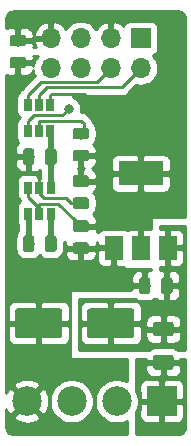
<source format=gbr>
G04 #@! TF.GenerationSoftware,KiCad,Pcbnew,(5.1.2-1)-1*
G04 #@! TF.CreationDate,2019-12-06T12:45:12-08:00*
G04 #@! TF.ProjectId,pixel-stick,70697865-6c2d-4737-9469-636b2e6b6963,rev?*
G04 #@! TF.SameCoordinates,Original*
G04 #@! TF.FileFunction,Copper,L1,Top*
G04 #@! TF.FilePolarity,Positive*
%FSLAX46Y46*%
G04 Gerber Fmt 4.6, Leading zero omitted, Abs format (unit mm)*
G04 Created by KiCad (PCBNEW (5.1.2-1)-1) date 2019-12-06 12:45:12*
%MOMM*%
%LPD*%
G04 APERTURE LIST*
%ADD10C,2.499360*%
%ADD11R,2.499360X2.499360*%
%ADD12O,1.700000X1.700000*%
%ADD13R,1.700000X1.700000*%
%ADD14R,0.650000X1.060000*%
%ADD15R,1.500000X2.000000*%
%ADD16R,3.800000X2.000000*%
%ADD17C,0.100000*%
%ADD18C,0.975000*%
%ADD19C,1.250000*%
%ADD20C,2.500000*%
%ADD21C,0.800000*%
%ADD22C,0.250000*%
%ADD23C,0.500000*%
%ADD24C,0.254000*%
G04 APERTURE END LIST*
D10*
X44958000Y-87249000D03*
X48768000Y-87249000D03*
X52578000Y-87249000D03*
D11*
X56388000Y-87249000D03*
D12*
X46990000Y-59055000D03*
X46990000Y-56515000D03*
X49530000Y-59055000D03*
X49530000Y-56515000D03*
X52070000Y-59055000D03*
X52070000Y-56515000D03*
X54610000Y-59055000D03*
D13*
X54610000Y-56515000D03*
D14*
X46035000Y-71374000D03*
X46985000Y-71374000D03*
X45085000Y-71374000D03*
X45085000Y-69174000D03*
X46035000Y-69174000D03*
X46985000Y-69174000D03*
X45974000Y-64346000D03*
X46924000Y-64346000D03*
X45024000Y-64346000D03*
X45024000Y-62146000D03*
X45974000Y-62146000D03*
X46924000Y-62146000D03*
D15*
X52310000Y-74270000D03*
X56910000Y-74270000D03*
X54610000Y-74270000D03*
D16*
X54610000Y-67970000D03*
D17*
G36*
X50010142Y-65983174D02*
G01*
X50033803Y-65986684D01*
X50057007Y-65992496D01*
X50079529Y-66000554D01*
X50101153Y-66010782D01*
X50121670Y-66023079D01*
X50140883Y-66037329D01*
X50158607Y-66053393D01*
X50174671Y-66071117D01*
X50188921Y-66090330D01*
X50201218Y-66110847D01*
X50211446Y-66132471D01*
X50219504Y-66154993D01*
X50225316Y-66178197D01*
X50228826Y-66201858D01*
X50230000Y-66225750D01*
X50230000Y-66713250D01*
X50228826Y-66737142D01*
X50225316Y-66760803D01*
X50219504Y-66784007D01*
X50211446Y-66806529D01*
X50201218Y-66828153D01*
X50188921Y-66848670D01*
X50174671Y-66867883D01*
X50158607Y-66885607D01*
X50140883Y-66901671D01*
X50121670Y-66915921D01*
X50101153Y-66928218D01*
X50079529Y-66938446D01*
X50057007Y-66946504D01*
X50033803Y-66952316D01*
X50010142Y-66955826D01*
X49986250Y-66957000D01*
X49073750Y-66957000D01*
X49049858Y-66955826D01*
X49026197Y-66952316D01*
X49002993Y-66946504D01*
X48980471Y-66938446D01*
X48958847Y-66928218D01*
X48938330Y-66915921D01*
X48919117Y-66901671D01*
X48901393Y-66885607D01*
X48885329Y-66867883D01*
X48871079Y-66848670D01*
X48858782Y-66828153D01*
X48848554Y-66806529D01*
X48840496Y-66784007D01*
X48834684Y-66760803D01*
X48831174Y-66737142D01*
X48830000Y-66713250D01*
X48830000Y-66225750D01*
X48831174Y-66201858D01*
X48834684Y-66178197D01*
X48840496Y-66154993D01*
X48848554Y-66132471D01*
X48858782Y-66110847D01*
X48871079Y-66090330D01*
X48885329Y-66071117D01*
X48901393Y-66053393D01*
X48919117Y-66037329D01*
X48938330Y-66023079D01*
X48958847Y-66010782D01*
X48980471Y-66000554D01*
X49002993Y-65992496D01*
X49026197Y-65986684D01*
X49049858Y-65983174D01*
X49073750Y-65982000D01*
X49986250Y-65982000D01*
X50010142Y-65983174D01*
X50010142Y-65983174D01*
G37*
D18*
X49530000Y-66469500D03*
D17*
G36*
X50010142Y-64108174D02*
G01*
X50033803Y-64111684D01*
X50057007Y-64117496D01*
X50079529Y-64125554D01*
X50101153Y-64135782D01*
X50121670Y-64148079D01*
X50140883Y-64162329D01*
X50158607Y-64178393D01*
X50174671Y-64196117D01*
X50188921Y-64215330D01*
X50201218Y-64235847D01*
X50211446Y-64257471D01*
X50219504Y-64279993D01*
X50225316Y-64303197D01*
X50228826Y-64326858D01*
X50230000Y-64350750D01*
X50230000Y-64838250D01*
X50228826Y-64862142D01*
X50225316Y-64885803D01*
X50219504Y-64909007D01*
X50211446Y-64931529D01*
X50201218Y-64953153D01*
X50188921Y-64973670D01*
X50174671Y-64992883D01*
X50158607Y-65010607D01*
X50140883Y-65026671D01*
X50121670Y-65040921D01*
X50101153Y-65053218D01*
X50079529Y-65063446D01*
X50057007Y-65071504D01*
X50033803Y-65077316D01*
X50010142Y-65080826D01*
X49986250Y-65082000D01*
X49073750Y-65082000D01*
X49049858Y-65080826D01*
X49026197Y-65077316D01*
X49002993Y-65071504D01*
X48980471Y-65063446D01*
X48958847Y-65053218D01*
X48938330Y-65040921D01*
X48919117Y-65026671D01*
X48901393Y-65010607D01*
X48885329Y-64992883D01*
X48871079Y-64973670D01*
X48858782Y-64953153D01*
X48848554Y-64931529D01*
X48840496Y-64909007D01*
X48834684Y-64885803D01*
X48831174Y-64862142D01*
X48830000Y-64838250D01*
X48830000Y-64350750D01*
X48831174Y-64326858D01*
X48834684Y-64303197D01*
X48840496Y-64279993D01*
X48848554Y-64257471D01*
X48858782Y-64235847D01*
X48871079Y-64215330D01*
X48885329Y-64196117D01*
X48901393Y-64178393D01*
X48919117Y-64162329D01*
X48938330Y-64148079D01*
X48958847Y-64135782D01*
X48980471Y-64125554D01*
X49002993Y-64117496D01*
X49026197Y-64111684D01*
X49049858Y-64108174D01*
X49073750Y-64107000D01*
X49986250Y-64107000D01*
X50010142Y-64108174D01*
X50010142Y-64108174D01*
G37*
D18*
X49530000Y-64594500D03*
D17*
G36*
X57164504Y-80526204D02*
G01*
X57188773Y-80529804D01*
X57212571Y-80535765D01*
X57235671Y-80544030D01*
X57257849Y-80554520D01*
X57278893Y-80567133D01*
X57298598Y-80581747D01*
X57316777Y-80598223D01*
X57333253Y-80616402D01*
X57347867Y-80636107D01*
X57360480Y-80657151D01*
X57370970Y-80679329D01*
X57379235Y-80702429D01*
X57385196Y-80726227D01*
X57388796Y-80750496D01*
X57390000Y-80775000D01*
X57390000Y-81525000D01*
X57388796Y-81549504D01*
X57385196Y-81573773D01*
X57379235Y-81597571D01*
X57370970Y-81620671D01*
X57360480Y-81642849D01*
X57347867Y-81663893D01*
X57333253Y-81683598D01*
X57316777Y-81701777D01*
X57298598Y-81718253D01*
X57278893Y-81732867D01*
X57257849Y-81745480D01*
X57235671Y-81755970D01*
X57212571Y-81764235D01*
X57188773Y-81770196D01*
X57164504Y-81773796D01*
X57140000Y-81775000D01*
X55890000Y-81775000D01*
X55865496Y-81773796D01*
X55841227Y-81770196D01*
X55817429Y-81764235D01*
X55794329Y-81755970D01*
X55772151Y-81745480D01*
X55751107Y-81732867D01*
X55731402Y-81718253D01*
X55713223Y-81701777D01*
X55696747Y-81683598D01*
X55682133Y-81663893D01*
X55669520Y-81642849D01*
X55659030Y-81620671D01*
X55650765Y-81597571D01*
X55644804Y-81573773D01*
X55641204Y-81549504D01*
X55640000Y-81525000D01*
X55640000Y-80775000D01*
X55641204Y-80750496D01*
X55644804Y-80726227D01*
X55650765Y-80702429D01*
X55659030Y-80679329D01*
X55669520Y-80657151D01*
X55682133Y-80636107D01*
X55696747Y-80616402D01*
X55713223Y-80598223D01*
X55731402Y-80581747D01*
X55751107Y-80567133D01*
X55772151Y-80554520D01*
X55794329Y-80544030D01*
X55817429Y-80535765D01*
X55841227Y-80529804D01*
X55865496Y-80526204D01*
X55890000Y-80525000D01*
X57140000Y-80525000D01*
X57164504Y-80526204D01*
X57164504Y-80526204D01*
G37*
D19*
X56515000Y-81150000D03*
D17*
G36*
X57164504Y-83326204D02*
G01*
X57188773Y-83329804D01*
X57212571Y-83335765D01*
X57235671Y-83344030D01*
X57257849Y-83354520D01*
X57278893Y-83367133D01*
X57298598Y-83381747D01*
X57316777Y-83398223D01*
X57333253Y-83416402D01*
X57347867Y-83436107D01*
X57360480Y-83457151D01*
X57370970Y-83479329D01*
X57379235Y-83502429D01*
X57385196Y-83526227D01*
X57388796Y-83550496D01*
X57390000Y-83575000D01*
X57390000Y-84325000D01*
X57388796Y-84349504D01*
X57385196Y-84373773D01*
X57379235Y-84397571D01*
X57370970Y-84420671D01*
X57360480Y-84442849D01*
X57347867Y-84463893D01*
X57333253Y-84483598D01*
X57316777Y-84501777D01*
X57298598Y-84518253D01*
X57278893Y-84532867D01*
X57257849Y-84545480D01*
X57235671Y-84555970D01*
X57212571Y-84564235D01*
X57188773Y-84570196D01*
X57164504Y-84573796D01*
X57140000Y-84575000D01*
X55890000Y-84575000D01*
X55865496Y-84573796D01*
X55841227Y-84570196D01*
X55817429Y-84564235D01*
X55794329Y-84555970D01*
X55772151Y-84545480D01*
X55751107Y-84532867D01*
X55731402Y-84518253D01*
X55713223Y-84501777D01*
X55696747Y-84483598D01*
X55682133Y-84463893D01*
X55669520Y-84442849D01*
X55659030Y-84420671D01*
X55650765Y-84397571D01*
X55644804Y-84373773D01*
X55641204Y-84349504D01*
X55640000Y-84325000D01*
X55640000Y-83575000D01*
X55641204Y-83550496D01*
X55644804Y-83526227D01*
X55650765Y-83502429D01*
X55659030Y-83479329D01*
X55669520Y-83457151D01*
X55682133Y-83436107D01*
X55696747Y-83416402D01*
X55713223Y-83398223D01*
X55731402Y-83381747D01*
X55751107Y-83367133D01*
X55772151Y-83354520D01*
X55794329Y-83344030D01*
X55817429Y-83335765D01*
X55841227Y-83329804D01*
X55865496Y-83326204D01*
X55890000Y-83325000D01*
X57140000Y-83325000D01*
X57164504Y-83326204D01*
X57164504Y-83326204D01*
G37*
D19*
X56515000Y-83950000D03*
D17*
G36*
X47744504Y-79396204D02*
G01*
X47768773Y-79399804D01*
X47792571Y-79405765D01*
X47815671Y-79414030D01*
X47837849Y-79424520D01*
X47858893Y-79437133D01*
X47878598Y-79451747D01*
X47896777Y-79468223D01*
X47913253Y-79486402D01*
X47927867Y-79506107D01*
X47940480Y-79527151D01*
X47950970Y-79549329D01*
X47959235Y-79572429D01*
X47965196Y-79596227D01*
X47968796Y-79620496D01*
X47970000Y-79645000D01*
X47970000Y-81645000D01*
X47968796Y-81669504D01*
X47965196Y-81693773D01*
X47959235Y-81717571D01*
X47950970Y-81740671D01*
X47940480Y-81762849D01*
X47927867Y-81783893D01*
X47913253Y-81803598D01*
X47896777Y-81821777D01*
X47878598Y-81838253D01*
X47858893Y-81852867D01*
X47837849Y-81865480D01*
X47815671Y-81875970D01*
X47792571Y-81884235D01*
X47768773Y-81890196D01*
X47744504Y-81893796D01*
X47720000Y-81895000D01*
X44220000Y-81895000D01*
X44195496Y-81893796D01*
X44171227Y-81890196D01*
X44147429Y-81884235D01*
X44124329Y-81875970D01*
X44102151Y-81865480D01*
X44081107Y-81852867D01*
X44061402Y-81838253D01*
X44043223Y-81821777D01*
X44026747Y-81803598D01*
X44012133Y-81783893D01*
X43999520Y-81762849D01*
X43989030Y-81740671D01*
X43980765Y-81717571D01*
X43974804Y-81693773D01*
X43971204Y-81669504D01*
X43970000Y-81645000D01*
X43970000Y-79645000D01*
X43971204Y-79620496D01*
X43974804Y-79596227D01*
X43980765Y-79572429D01*
X43989030Y-79549329D01*
X43999520Y-79527151D01*
X44012133Y-79506107D01*
X44026747Y-79486402D01*
X44043223Y-79468223D01*
X44061402Y-79451747D01*
X44081107Y-79437133D01*
X44102151Y-79424520D01*
X44124329Y-79414030D01*
X44147429Y-79405765D01*
X44171227Y-79399804D01*
X44195496Y-79396204D01*
X44220000Y-79395000D01*
X47720000Y-79395000D01*
X47744504Y-79396204D01*
X47744504Y-79396204D01*
G37*
D20*
X45970000Y-80645000D03*
D17*
G36*
X53844504Y-79396204D02*
G01*
X53868773Y-79399804D01*
X53892571Y-79405765D01*
X53915671Y-79414030D01*
X53937849Y-79424520D01*
X53958893Y-79437133D01*
X53978598Y-79451747D01*
X53996777Y-79468223D01*
X54013253Y-79486402D01*
X54027867Y-79506107D01*
X54040480Y-79527151D01*
X54050970Y-79549329D01*
X54059235Y-79572429D01*
X54065196Y-79596227D01*
X54068796Y-79620496D01*
X54070000Y-79645000D01*
X54070000Y-81645000D01*
X54068796Y-81669504D01*
X54065196Y-81693773D01*
X54059235Y-81717571D01*
X54050970Y-81740671D01*
X54040480Y-81762849D01*
X54027867Y-81783893D01*
X54013253Y-81803598D01*
X53996777Y-81821777D01*
X53978598Y-81838253D01*
X53958893Y-81852867D01*
X53937849Y-81865480D01*
X53915671Y-81875970D01*
X53892571Y-81884235D01*
X53868773Y-81890196D01*
X53844504Y-81893796D01*
X53820000Y-81895000D01*
X50320000Y-81895000D01*
X50295496Y-81893796D01*
X50271227Y-81890196D01*
X50247429Y-81884235D01*
X50224329Y-81875970D01*
X50202151Y-81865480D01*
X50181107Y-81852867D01*
X50161402Y-81838253D01*
X50143223Y-81821777D01*
X50126747Y-81803598D01*
X50112133Y-81783893D01*
X50099520Y-81762849D01*
X50089030Y-81740671D01*
X50080765Y-81717571D01*
X50074804Y-81693773D01*
X50071204Y-81669504D01*
X50070000Y-81645000D01*
X50070000Y-79645000D01*
X50071204Y-79620496D01*
X50074804Y-79596227D01*
X50080765Y-79572429D01*
X50089030Y-79549329D01*
X50099520Y-79527151D01*
X50112133Y-79506107D01*
X50126747Y-79486402D01*
X50143223Y-79468223D01*
X50161402Y-79451747D01*
X50181107Y-79437133D01*
X50202151Y-79424520D01*
X50224329Y-79414030D01*
X50247429Y-79405765D01*
X50271227Y-79399804D01*
X50295496Y-79396204D01*
X50320000Y-79395000D01*
X53820000Y-79395000D01*
X53844504Y-79396204D01*
X53844504Y-79396204D01*
G37*
D20*
X52070000Y-80645000D03*
D17*
G36*
X45382642Y-65849174D02*
G01*
X45406303Y-65852684D01*
X45429507Y-65858496D01*
X45452029Y-65866554D01*
X45473653Y-65876782D01*
X45494170Y-65889079D01*
X45513383Y-65903329D01*
X45531107Y-65919393D01*
X45547171Y-65937117D01*
X45561421Y-65956330D01*
X45573718Y-65976847D01*
X45583946Y-65998471D01*
X45592004Y-66020993D01*
X45597816Y-66044197D01*
X45601326Y-66067858D01*
X45602500Y-66091750D01*
X45602500Y-67004250D01*
X45601326Y-67028142D01*
X45597816Y-67051803D01*
X45592004Y-67075007D01*
X45583946Y-67097529D01*
X45573718Y-67119153D01*
X45561421Y-67139670D01*
X45547171Y-67158883D01*
X45531107Y-67176607D01*
X45513383Y-67192671D01*
X45494170Y-67206921D01*
X45473653Y-67219218D01*
X45452029Y-67229446D01*
X45429507Y-67237504D01*
X45406303Y-67243316D01*
X45382642Y-67246826D01*
X45358750Y-67248000D01*
X44871250Y-67248000D01*
X44847358Y-67246826D01*
X44823697Y-67243316D01*
X44800493Y-67237504D01*
X44777971Y-67229446D01*
X44756347Y-67219218D01*
X44735830Y-67206921D01*
X44716617Y-67192671D01*
X44698893Y-67176607D01*
X44682829Y-67158883D01*
X44668579Y-67139670D01*
X44656282Y-67119153D01*
X44646054Y-67097529D01*
X44637996Y-67075007D01*
X44632184Y-67051803D01*
X44628674Y-67028142D01*
X44627500Y-67004250D01*
X44627500Y-66091750D01*
X44628674Y-66067858D01*
X44632184Y-66044197D01*
X44637996Y-66020993D01*
X44646054Y-65998471D01*
X44656282Y-65976847D01*
X44668579Y-65956330D01*
X44682829Y-65937117D01*
X44698893Y-65919393D01*
X44716617Y-65903329D01*
X44735830Y-65889079D01*
X44756347Y-65876782D01*
X44777971Y-65866554D01*
X44800493Y-65858496D01*
X44823697Y-65852684D01*
X44847358Y-65849174D01*
X44871250Y-65848000D01*
X45358750Y-65848000D01*
X45382642Y-65849174D01*
X45382642Y-65849174D01*
G37*
D18*
X45115000Y-66548000D03*
D17*
G36*
X47257642Y-65849174D02*
G01*
X47281303Y-65852684D01*
X47304507Y-65858496D01*
X47327029Y-65866554D01*
X47348653Y-65876782D01*
X47369170Y-65889079D01*
X47388383Y-65903329D01*
X47406107Y-65919393D01*
X47422171Y-65937117D01*
X47436421Y-65956330D01*
X47448718Y-65976847D01*
X47458946Y-65998471D01*
X47467004Y-66020993D01*
X47472816Y-66044197D01*
X47476326Y-66067858D01*
X47477500Y-66091750D01*
X47477500Y-67004250D01*
X47476326Y-67028142D01*
X47472816Y-67051803D01*
X47467004Y-67075007D01*
X47458946Y-67097529D01*
X47448718Y-67119153D01*
X47436421Y-67139670D01*
X47422171Y-67158883D01*
X47406107Y-67176607D01*
X47388383Y-67192671D01*
X47369170Y-67206921D01*
X47348653Y-67219218D01*
X47327029Y-67229446D01*
X47304507Y-67237504D01*
X47281303Y-67243316D01*
X47257642Y-67246826D01*
X47233750Y-67248000D01*
X46746250Y-67248000D01*
X46722358Y-67246826D01*
X46698697Y-67243316D01*
X46675493Y-67237504D01*
X46652971Y-67229446D01*
X46631347Y-67219218D01*
X46610830Y-67206921D01*
X46591617Y-67192671D01*
X46573893Y-67176607D01*
X46557829Y-67158883D01*
X46543579Y-67139670D01*
X46531282Y-67119153D01*
X46521054Y-67097529D01*
X46512996Y-67075007D01*
X46507184Y-67051803D01*
X46503674Y-67028142D01*
X46502500Y-67004250D01*
X46502500Y-66091750D01*
X46503674Y-66067858D01*
X46507184Y-66044197D01*
X46512996Y-66020993D01*
X46521054Y-65998471D01*
X46531282Y-65976847D01*
X46543579Y-65956330D01*
X46557829Y-65937117D01*
X46573893Y-65919393D01*
X46591617Y-65903329D01*
X46610830Y-65889079D01*
X46631347Y-65876782D01*
X46652971Y-65866554D01*
X46675493Y-65858496D01*
X46698697Y-65852684D01*
X46722358Y-65849174D01*
X46746250Y-65848000D01*
X47233750Y-65848000D01*
X47257642Y-65849174D01*
X47257642Y-65849174D01*
G37*
D18*
X46990000Y-66548000D03*
D17*
G36*
X45382642Y-73215174D02*
G01*
X45406303Y-73218684D01*
X45429507Y-73224496D01*
X45452029Y-73232554D01*
X45473653Y-73242782D01*
X45494170Y-73255079D01*
X45513383Y-73269329D01*
X45531107Y-73285393D01*
X45547171Y-73303117D01*
X45561421Y-73322330D01*
X45573718Y-73342847D01*
X45583946Y-73364471D01*
X45592004Y-73386993D01*
X45597816Y-73410197D01*
X45601326Y-73433858D01*
X45602500Y-73457750D01*
X45602500Y-74370250D01*
X45601326Y-74394142D01*
X45597816Y-74417803D01*
X45592004Y-74441007D01*
X45583946Y-74463529D01*
X45573718Y-74485153D01*
X45561421Y-74505670D01*
X45547171Y-74524883D01*
X45531107Y-74542607D01*
X45513383Y-74558671D01*
X45494170Y-74572921D01*
X45473653Y-74585218D01*
X45452029Y-74595446D01*
X45429507Y-74603504D01*
X45406303Y-74609316D01*
X45382642Y-74612826D01*
X45358750Y-74614000D01*
X44871250Y-74614000D01*
X44847358Y-74612826D01*
X44823697Y-74609316D01*
X44800493Y-74603504D01*
X44777971Y-74595446D01*
X44756347Y-74585218D01*
X44735830Y-74572921D01*
X44716617Y-74558671D01*
X44698893Y-74542607D01*
X44682829Y-74524883D01*
X44668579Y-74505670D01*
X44656282Y-74485153D01*
X44646054Y-74463529D01*
X44637996Y-74441007D01*
X44632184Y-74417803D01*
X44628674Y-74394142D01*
X44627500Y-74370250D01*
X44627500Y-73457750D01*
X44628674Y-73433858D01*
X44632184Y-73410197D01*
X44637996Y-73386993D01*
X44646054Y-73364471D01*
X44656282Y-73342847D01*
X44668579Y-73322330D01*
X44682829Y-73303117D01*
X44698893Y-73285393D01*
X44716617Y-73269329D01*
X44735830Y-73255079D01*
X44756347Y-73242782D01*
X44777971Y-73232554D01*
X44800493Y-73224496D01*
X44823697Y-73218684D01*
X44847358Y-73215174D01*
X44871250Y-73214000D01*
X45358750Y-73214000D01*
X45382642Y-73215174D01*
X45382642Y-73215174D01*
G37*
D18*
X45115000Y-73914000D03*
D17*
G36*
X47257642Y-73215174D02*
G01*
X47281303Y-73218684D01*
X47304507Y-73224496D01*
X47327029Y-73232554D01*
X47348653Y-73242782D01*
X47369170Y-73255079D01*
X47388383Y-73269329D01*
X47406107Y-73285393D01*
X47422171Y-73303117D01*
X47436421Y-73322330D01*
X47448718Y-73342847D01*
X47458946Y-73364471D01*
X47467004Y-73386993D01*
X47472816Y-73410197D01*
X47476326Y-73433858D01*
X47477500Y-73457750D01*
X47477500Y-74370250D01*
X47476326Y-74394142D01*
X47472816Y-74417803D01*
X47467004Y-74441007D01*
X47458946Y-74463529D01*
X47448718Y-74485153D01*
X47436421Y-74505670D01*
X47422171Y-74524883D01*
X47406107Y-74542607D01*
X47388383Y-74558671D01*
X47369170Y-74572921D01*
X47348653Y-74585218D01*
X47327029Y-74595446D01*
X47304507Y-74603504D01*
X47281303Y-74609316D01*
X47257642Y-74612826D01*
X47233750Y-74614000D01*
X46746250Y-74614000D01*
X46722358Y-74612826D01*
X46698697Y-74609316D01*
X46675493Y-74603504D01*
X46652971Y-74595446D01*
X46631347Y-74585218D01*
X46610830Y-74572921D01*
X46591617Y-74558671D01*
X46573893Y-74542607D01*
X46557829Y-74524883D01*
X46543579Y-74505670D01*
X46531282Y-74485153D01*
X46521054Y-74463529D01*
X46512996Y-74441007D01*
X46507184Y-74417803D01*
X46503674Y-74394142D01*
X46502500Y-74370250D01*
X46502500Y-73457750D01*
X46503674Y-73433858D01*
X46507184Y-73410197D01*
X46512996Y-73386993D01*
X46521054Y-73364471D01*
X46531282Y-73342847D01*
X46543579Y-73322330D01*
X46557829Y-73303117D01*
X46573893Y-73285393D01*
X46591617Y-73269329D01*
X46610830Y-73255079D01*
X46631347Y-73242782D01*
X46652971Y-73232554D01*
X46675493Y-73224496D01*
X46698697Y-73218684D01*
X46722358Y-73215174D01*
X46746250Y-73214000D01*
X47233750Y-73214000D01*
X47257642Y-73215174D01*
X47257642Y-73215174D01*
G37*
D18*
X46990000Y-73914000D03*
D17*
G36*
X50010142Y-69998674D02*
G01*
X50033803Y-70002184D01*
X50057007Y-70007996D01*
X50079529Y-70016054D01*
X50101153Y-70026282D01*
X50121670Y-70038579D01*
X50140883Y-70052829D01*
X50158607Y-70068893D01*
X50174671Y-70086617D01*
X50188921Y-70105830D01*
X50201218Y-70126347D01*
X50211446Y-70147971D01*
X50219504Y-70170493D01*
X50225316Y-70193697D01*
X50228826Y-70217358D01*
X50230000Y-70241250D01*
X50230000Y-70728750D01*
X50228826Y-70752642D01*
X50225316Y-70776303D01*
X50219504Y-70799507D01*
X50211446Y-70822029D01*
X50201218Y-70843653D01*
X50188921Y-70864170D01*
X50174671Y-70883383D01*
X50158607Y-70901107D01*
X50140883Y-70917171D01*
X50121670Y-70931421D01*
X50101153Y-70943718D01*
X50079529Y-70953946D01*
X50057007Y-70962004D01*
X50033803Y-70967816D01*
X50010142Y-70971326D01*
X49986250Y-70972500D01*
X49073750Y-70972500D01*
X49049858Y-70971326D01*
X49026197Y-70967816D01*
X49002993Y-70962004D01*
X48980471Y-70953946D01*
X48958847Y-70943718D01*
X48938330Y-70931421D01*
X48919117Y-70917171D01*
X48901393Y-70901107D01*
X48885329Y-70883383D01*
X48871079Y-70864170D01*
X48858782Y-70843653D01*
X48848554Y-70822029D01*
X48840496Y-70799507D01*
X48834684Y-70776303D01*
X48831174Y-70752642D01*
X48830000Y-70728750D01*
X48830000Y-70241250D01*
X48831174Y-70217358D01*
X48834684Y-70193697D01*
X48840496Y-70170493D01*
X48848554Y-70147971D01*
X48858782Y-70126347D01*
X48871079Y-70105830D01*
X48885329Y-70086617D01*
X48901393Y-70068893D01*
X48919117Y-70052829D01*
X48938330Y-70038579D01*
X48958847Y-70026282D01*
X48980471Y-70016054D01*
X49002993Y-70007996D01*
X49026197Y-70002184D01*
X49049858Y-69998674D01*
X49073750Y-69997500D01*
X49986250Y-69997500D01*
X50010142Y-69998674D01*
X50010142Y-69998674D01*
G37*
D18*
X49530000Y-70485000D03*
D17*
G36*
X50010142Y-68123674D02*
G01*
X50033803Y-68127184D01*
X50057007Y-68132996D01*
X50079529Y-68141054D01*
X50101153Y-68151282D01*
X50121670Y-68163579D01*
X50140883Y-68177829D01*
X50158607Y-68193893D01*
X50174671Y-68211617D01*
X50188921Y-68230830D01*
X50201218Y-68251347D01*
X50211446Y-68272971D01*
X50219504Y-68295493D01*
X50225316Y-68318697D01*
X50228826Y-68342358D01*
X50230000Y-68366250D01*
X50230000Y-68853750D01*
X50228826Y-68877642D01*
X50225316Y-68901303D01*
X50219504Y-68924507D01*
X50211446Y-68947029D01*
X50201218Y-68968653D01*
X50188921Y-68989170D01*
X50174671Y-69008383D01*
X50158607Y-69026107D01*
X50140883Y-69042171D01*
X50121670Y-69056421D01*
X50101153Y-69068718D01*
X50079529Y-69078946D01*
X50057007Y-69087004D01*
X50033803Y-69092816D01*
X50010142Y-69096326D01*
X49986250Y-69097500D01*
X49073750Y-69097500D01*
X49049858Y-69096326D01*
X49026197Y-69092816D01*
X49002993Y-69087004D01*
X48980471Y-69078946D01*
X48958847Y-69068718D01*
X48938330Y-69056421D01*
X48919117Y-69042171D01*
X48901393Y-69026107D01*
X48885329Y-69008383D01*
X48871079Y-68989170D01*
X48858782Y-68968653D01*
X48848554Y-68947029D01*
X48840496Y-68924507D01*
X48834684Y-68901303D01*
X48831174Y-68877642D01*
X48830000Y-68853750D01*
X48830000Y-68366250D01*
X48831174Y-68342358D01*
X48834684Y-68318697D01*
X48840496Y-68295493D01*
X48848554Y-68272971D01*
X48858782Y-68251347D01*
X48871079Y-68230830D01*
X48885329Y-68211617D01*
X48901393Y-68193893D01*
X48919117Y-68177829D01*
X48938330Y-68163579D01*
X48958847Y-68151282D01*
X48980471Y-68141054D01*
X49002993Y-68132996D01*
X49026197Y-68127184D01*
X49049858Y-68123674D01*
X49073750Y-68122500D01*
X49986250Y-68122500D01*
X50010142Y-68123674D01*
X50010142Y-68123674D01*
G37*
D18*
X49530000Y-68610000D03*
D17*
G36*
X50010142Y-73808674D02*
G01*
X50033803Y-73812184D01*
X50057007Y-73817996D01*
X50079529Y-73826054D01*
X50101153Y-73836282D01*
X50121670Y-73848579D01*
X50140883Y-73862829D01*
X50158607Y-73878893D01*
X50174671Y-73896617D01*
X50188921Y-73915830D01*
X50201218Y-73936347D01*
X50211446Y-73957971D01*
X50219504Y-73980493D01*
X50225316Y-74003697D01*
X50228826Y-74027358D01*
X50230000Y-74051250D01*
X50230000Y-74538750D01*
X50228826Y-74562642D01*
X50225316Y-74586303D01*
X50219504Y-74609507D01*
X50211446Y-74632029D01*
X50201218Y-74653653D01*
X50188921Y-74674170D01*
X50174671Y-74693383D01*
X50158607Y-74711107D01*
X50140883Y-74727171D01*
X50121670Y-74741421D01*
X50101153Y-74753718D01*
X50079529Y-74763946D01*
X50057007Y-74772004D01*
X50033803Y-74777816D01*
X50010142Y-74781326D01*
X49986250Y-74782500D01*
X49073750Y-74782500D01*
X49049858Y-74781326D01*
X49026197Y-74777816D01*
X49002993Y-74772004D01*
X48980471Y-74763946D01*
X48958847Y-74753718D01*
X48938330Y-74741421D01*
X48919117Y-74727171D01*
X48901393Y-74711107D01*
X48885329Y-74693383D01*
X48871079Y-74674170D01*
X48858782Y-74653653D01*
X48848554Y-74632029D01*
X48840496Y-74609507D01*
X48834684Y-74586303D01*
X48831174Y-74562642D01*
X48830000Y-74538750D01*
X48830000Y-74051250D01*
X48831174Y-74027358D01*
X48834684Y-74003697D01*
X48840496Y-73980493D01*
X48848554Y-73957971D01*
X48858782Y-73936347D01*
X48871079Y-73915830D01*
X48885329Y-73896617D01*
X48901393Y-73878893D01*
X48919117Y-73862829D01*
X48938330Y-73848579D01*
X48958847Y-73836282D01*
X48980471Y-73826054D01*
X49002993Y-73817996D01*
X49026197Y-73812184D01*
X49049858Y-73808674D01*
X49073750Y-73807500D01*
X49986250Y-73807500D01*
X50010142Y-73808674D01*
X50010142Y-73808674D01*
G37*
D18*
X49530000Y-74295000D03*
D17*
G36*
X50010142Y-71933674D02*
G01*
X50033803Y-71937184D01*
X50057007Y-71942996D01*
X50079529Y-71951054D01*
X50101153Y-71961282D01*
X50121670Y-71973579D01*
X50140883Y-71987829D01*
X50158607Y-72003893D01*
X50174671Y-72021617D01*
X50188921Y-72040830D01*
X50201218Y-72061347D01*
X50211446Y-72082971D01*
X50219504Y-72105493D01*
X50225316Y-72128697D01*
X50228826Y-72152358D01*
X50230000Y-72176250D01*
X50230000Y-72663750D01*
X50228826Y-72687642D01*
X50225316Y-72711303D01*
X50219504Y-72734507D01*
X50211446Y-72757029D01*
X50201218Y-72778653D01*
X50188921Y-72799170D01*
X50174671Y-72818383D01*
X50158607Y-72836107D01*
X50140883Y-72852171D01*
X50121670Y-72866421D01*
X50101153Y-72878718D01*
X50079529Y-72888946D01*
X50057007Y-72897004D01*
X50033803Y-72902816D01*
X50010142Y-72906326D01*
X49986250Y-72907500D01*
X49073750Y-72907500D01*
X49049858Y-72906326D01*
X49026197Y-72902816D01*
X49002993Y-72897004D01*
X48980471Y-72888946D01*
X48958847Y-72878718D01*
X48938330Y-72866421D01*
X48919117Y-72852171D01*
X48901393Y-72836107D01*
X48885329Y-72818383D01*
X48871079Y-72799170D01*
X48858782Y-72778653D01*
X48848554Y-72757029D01*
X48840496Y-72734507D01*
X48834684Y-72711303D01*
X48831174Y-72687642D01*
X48830000Y-72663750D01*
X48830000Y-72176250D01*
X48831174Y-72152358D01*
X48834684Y-72128697D01*
X48840496Y-72105493D01*
X48848554Y-72082971D01*
X48858782Y-72061347D01*
X48871079Y-72040830D01*
X48885329Y-72021617D01*
X48901393Y-72003893D01*
X48919117Y-71987829D01*
X48938330Y-71973579D01*
X48958847Y-71961282D01*
X48980471Y-71951054D01*
X49002993Y-71942996D01*
X49026197Y-71937184D01*
X49049858Y-71933674D01*
X49073750Y-71932500D01*
X49986250Y-71932500D01*
X50010142Y-71933674D01*
X50010142Y-71933674D01*
G37*
D18*
X49530000Y-72420000D03*
D17*
G36*
X55210142Y-76771174D02*
G01*
X55233803Y-76774684D01*
X55257007Y-76780496D01*
X55279529Y-76788554D01*
X55301153Y-76798782D01*
X55321670Y-76811079D01*
X55340883Y-76825329D01*
X55358607Y-76841393D01*
X55374671Y-76859117D01*
X55388921Y-76878330D01*
X55401218Y-76898847D01*
X55411446Y-76920471D01*
X55419504Y-76942993D01*
X55425316Y-76966197D01*
X55428826Y-76989858D01*
X55430000Y-77013750D01*
X55430000Y-77926250D01*
X55428826Y-77950142D01*
X55425316Y-77973803D01*
X55419504Y-77997007D01*
X55411446Y-78019529D01*
X55401218Y-78041153D01*
X55388921Y-78061670D01*
X55374671Y-78080883D01*
X55358607Y-78098607D01*
X55340883Y-78114671D01*
X55321670Y-78128921D01*
X55301153Y-78141218D01*
X55279529Y-78151446D01*
X55257007Y-78159504D01*
X55233803Y-78165316D01*
X55210142Y-78168826D01*
X55186250Y-78170000D01*
X54698750Y-78170000D01*
X54674858Y-78168826D01*
X54651197Y-78165316D01*
X54627993Y-78159504D01*
X54605471Y-78151446D01*
X54583847Y-78141218D01*
X54563330Y-78128921D01*
X54544117Y-78114671D01*
X54526393Y-78098607D01*
X54510329Y-78080883D01*
X54496079Y-78061670D01*
X54483782Y-78041153D01*
X54473554Y-78019529D01*
X54465496Y-77997007D01*
X54459684Y-77973803D01*
X54456174Y-77950142D01*
X54455000Y-77926250D01*
X54455000Y-77013750D01*
X54456174Y-76989858D01*
X54459684Y-76966197D01*
X54465496Y-76942993D01*
X54473554Y-76920471D01*
X54483782Y-76898847D01*
X54496079Y-76878330D01*
X54510329Y-76859117D01*
X54526393Y-76841393D01*
X54544117Y-76825329D01*
X54563330Y-76811079D01*
X54583847Y-76798782D01*
X54605471Y-76788554D01*
X54627993Y-76780496D01*
X54651197Y-76774684D01*
X54674858Y-76771174D01*
X54698750Y-76770000D01*
X55186250Y-76770000D01*
X55210142Y-76771174D01*
X55210142Y-76771174D01*
G37*
D18*
X54942500Y-77470000D03*
D17*
G36*
X57085142Y-76771174D02*
G01*
X57108803Y-76774684D01*
X57132007Y-76780496D01*
X57154529Y-76788554D01*
X57176153Y-76798782D01*
X57196670Y-76811079D01*
X57215883Y-76825329D01*
X57233607Y-76841393D01*
X57249671Y-76859117D01*
X57263921Y-76878330D01*
X57276218Y-76898847D01*
X57286446Y-76920471D01*
X57294504Y-76942993D01*
X57300316Y-76966197D01*
X57303826Y-76989858D01*
X57305000Y-77013750D01*
X57305000Y-77926250D01*
X57303826Y-77950142D01*
X57300316Y-77973803D01*
X57294504Y-77997007D01*
X57286446Y-78019529D01*
X57276218Y-78041153D01*
X57263921Y-78061670D01*
X57249671Y-78080883D01*
X57233607Y-78098607D01*
X57215883Y-78114671D01*
X57196670Y-78128921D01*
X57176153Y-78141218D01*
X57154529Y-78151446D01*
X57132007Y-78159504D01*
X57108803Y-78165316D01*
X57085142Y-78168826D01*
X57061250Y-78170000D01*
X56573750Y-78170000D01*
X56549858Y-78168826D01*
X56526197Y-78165316D01*
X56502993Y-78159504D01*
X56480471Y-78151446D01*
X56458847Y-78141218D01*
X56438330Y-78128921D01*
X56419117Y-78114671D01*
X56401393Y-78098607D01*
X56385329Y-78080883D01*
X56371079Y-78061670D01*
X56358782Y-78041153D01*
X56348554Y-78019529D01*
X56340496Y-77997007D01*
X56334684Y-77973803D01*
X56331174Y-77950142D01*
X56330000Y-77926250D01*
X56330000Y-77013750D01*
X56331174Y-76989858D01*
X56334684Y-76966197D01*
X56340496Y-76942993D01*
X56348554Y-76920471D01*
X56358782Y-76898847D01*
X56371079Y-76878330D01*
X56385329Y-76859117D01*
X56401393Y-76841393D01*
X56419117Y-76825329D01*
X56438330Y-76811079D01*
X56458847Y-76798782D01*
X56480471Y-76788554D01*
X56502993Y-76780496D01*
X56526197Y-76774684D01*
X56549858Y-76771174D01*
X56573750Y-76770000D01*
X57061250Y-76770000D01*
X57085142Y-76771174D01*
X57085142Y-76771174D01*
G37*
D18*
X56817500Y-77470000D03*
D17*
G36*
X44676142Y-58109174D02*
G01*
X44699803Y-58112684D01*
X44723007Y-58118496D01*
X44745529Y-58126554D01*
X44767153Y-58136782D01*
X44787670Y-58149079D01*
X44806883Y-58163329D01*
X44824607Y-58179393D01*
X44840671Y-58197117D01*
X44854921Y-58216330D01*
X44867218Y-58236847D01*
X44877446Y-58258471D01*
X44885504Y-58280993D01*
X44891316Y-58304197D01*
X44894826Y-58327858D01*
X44896000Y-58351750D01*
X44896000Y-58839250D01*
X44894826Y-58863142D01*
X44891316Y-58886803D01*
X44885504Y-58910007D01*
X44877446Y-58932529D01*
X44867218Y-58954153D01*
X44854921Y-58974670D01*
X44840671Y-58993883D01*
X44824607Y-59011607D01*
X44806883Y-59027671D01*
X44787670Y-59041921D01*
X44767153Y-59054218D01*
X44745529Y-59064446D01*
X44723007Y-59072504D01*
X44699803Y-59078316D01*
X44676142Y-59081826D01*
X44652250Y-59083000D01*
X43739750Y-59083000D01*
X43715858Y-59081826D01*
X43692197Y-59078316D01*
X43668993Y-59072504D01*
X43646471Y-59064446D01*
X43624847Y-59054218D01*
X43604330Y-59041921D01*
X43585117Y-59027671D01*
X43567393Y-59011607D01*
X43551329Y-58993883D01*
X43537079Y-58974670D01*
X43524782Y-58954153D01*
X43514554Y-58932529D01*
X43506496Y-58910007D01*
X43500684Y-58886803D01*
X43497174Y-58863142D01*
X43496000Y-58839250D01*
X43496000Y-58351750D01*
X43497174Y-58327858D01*
X43500684Y-58304197D01*
X43506496Y-58280993D01*
X43514554Y-58258471D01*
X43524782Y-58236847D01*
X43537079Y-58216330D01*
X43551329Y-58197117D01*
X43567393Y-58179393D01*
X43585117Y-58163329D01*
X43604330Y-58149079D01*
X43624847Y-58136782D01*
X43646471Y-58126554D01*
X43668993Y-58118496D01*
X43692197Y-58112684D01*
X43715858Y-58109174D01*
X43739750Y-58108000D01*
X44652250Y-58108000D01*
X44676142Y-58109174D01*
X44676142Y-58109174D01*
G37*
D18*
X44196000Y-58595500D03*
D17*
G36*
X44676142Y-56234174D02*
G01*
X44699803Y-56237684D01*
X44723007Y-56243496D01*
X44745529Y-56251554D01*
X44767153Y-56261782D01*
X44787670Y-56274079D01*
X44806883Y-56288329D01*
X44824607Y-56304393D01*
X44840671Y-56322117D01*
X44854921Y-56341330D01*
X44867218Y-56361847D01*
X44877446Y-56383471D01*
X44885504Y-56405993D01*
X44891316Y-56429197D01*
X44894826Y-56452858D01*
X44896000Y-56476750D01*
X44896000Y-56964250D01*
X44894826Y-56988142D01*
X44891316Y-57011803D01*
X44885504Y-57035007D01*
X44877446Y-57057529D01*
X44867218Y-57079153D01*
X44854921Y-57099670D01*
X44840671Y-57118883D01*
X44824607Y-57136607D01*
X44806883Y-57152671D01*
X44787670Y-57166921D01*
X44767153Y-57179218D01*
X44745529Y-57189446D01*
X44723007Y-57197504D01*
X44699803Y-57203316D01*
X44676142Y-57206826D01*
X44652250Y-57208000D01*
X43739750Y-57208000D01*
X43715858Y-57206826D01*
X43692197Y-57203316D01*
X43668993Y-57197504D01*
X43646471Y-57189446D01*
X43624847Y-57179218D01*
X43604330Y-57166921D01*
X43585117Y-57152671D01*
X43567393Y-57136607D01*
X43551329Y-57118883D01*
X43537079Y-57099670D01*
X43524782Y-57079153D01*
X43514554Y-57057529D01*
X43506496Y-57035007D01*
X43500684Y-57011803D01*
X43497174Y-56988142D01*
X43496000Y-56964250D01*
X43496000Y-56476750D01*
X43497174Y-56452858D01*
X43500684Y-56429197D01*
X43506496Y-56405993D01*
X43514554Y-56383471D01*
X43524782Y-56361847D01*
X43537079Y-56341330D01*
X43551329Y-56322117D01*
X43567393Y-56304393D01*
X43585117Y-56288329D01*
X43604330Y-56274079D01*
X43624847Y-56261782D01*
X43646471Y-56251554D01*
X43668993Y-56243496D01*
X43692197Y-56237684D01*
X43715858Y-56234174D01*
X43739750Y-56233000D01*
X44652250Y-56233000D01*
X44676142Y-56234174D01*
X44676142Y-56234174D01*
G37*
D18*
X44196000Y-56720500D03*
D21*
X48514000Y-62484000D03*
D22*
X53760001Y-59904999D02*
X54610000Y-59055000D01*
X46659989Y-60680011D02*
X52984989Y-60680011D01*
X45974000Y-61366000D02*
X46659989Y-60680011D01*
X52984989Y-60680011D02*
X53760001Y-59904999D01*
X45974000Y-62146000D02*
X45974000Y-61366000D01*
X48730000Y-70485000D02*
X49530000Y-70485000D01*
X48313989Y-70068989D02*
X48730000Y-70485000D01*
X46439987Y-70068989D02*
X48313989Y-70068989D01*
X46035000Y-69664002D02*
X46439987Y-70068989D01*
X46035000Y-69174000D02*
X46035000Y-69664002D01*
X46035000Y-69174000D02*
X46035000Y-68006000D01*
X46035000Y-68006000D02*
X45974000Y-67945000D01*
X45974000Y-67945000D02*
X45085000Y-67945000D01*
X45115000Y-67915000D02*
X45115000Y-66548000D01*
X45085000Y-67945000D02*
X45115000Y-67915000D01*
X45085000Y-69954000D02*
X46035000Y-70904000D01*
X46035000Y-70904000D02*
X46035000Y-71374000D01*
X45085000Y-69174000D02*
X45085000Y-69954000D01*
D23*
X54610000Y-74270000D02*
X54610000Y-67970000D01*
D22*
X46924000Y-61366000D02*
X47076000Y-61214000D01*
X46924000Y-62146000D02*
X46924000Y-61366000D01*
X47076000Y-61214000D02*
X49784000Y-61214000D01*
X54610000Y-66040000D02*
X54610000Y-67970000D01*
X49784000Y-61214000D02*
X54610000Y-66040000D01*
X48973763Y-71863763D02*
X49530000Y-72420000D01*
X47628999Y-70518999D02*
X48973763Y-71863763D01*
X46035000Y-70594000D02*
X46110001Y-70518999D01*
X46110001Y-70518999D02*
X47628999Y-70518999D01*
X46035000Y-71374000D02*
X46035000Y-70594000D01*
D23*
X45115000Y-71404000D02*
X45085000Y-71374000D01*
X45115000Y-73914000D02*
X45115000Y-71404000D01*
X46990000Y-71379000D02*
X46985000Y-71374000D01*
X46990000Y-73914000D02*
X46990000Y-71379000D01*
X46985000Y-66553000D02*
X46990000Y-66548000D01*
X46985000Y-69174000D02*
X46985000Y-66553000D01*
X46990000Y-64412000D02*
X46924000Y-64346000D01*
X46990000Y-66548000D02*
X46990000Y-64412000D01*
D22*
X48114001Y-62883999D02*
X48514000Y-62484000D01*
X47996999Y-63001001D02*
X48114001Y-62883999D01*
X45588999Y-63001001D02*
X47996999Y-63001001D01*
X45024000Y-63566000D02*
X45588999Y-63001001D01*
X45024000Y-64346000D02*
X45024000Y-63566000D01*
X45024000Y-61366000D02*
X45024000Y-62146000D01*
X46159999Y-60230001D02*
X45024000Y-61366000D01*
X50894999Y-60230001D02*
X46159999Y-60230001D01*
X52070000Y-59055000D02*
X50894999Y-60230001D01*
X49548000Y-63500000D02*
X49623001Y-63575001D01*
X49784000Y-63736000D02*
X49784000Y-64770000D01*
X49548000Y-63500000D02*
X49784000Y-63736000D01*
X45974000Y-63566000D02*
X45974000Y-64346000D01*
X46049001Y-63490999D02*
X45974000Y-63566000D01*
X47518002Y-63500000D02*
X47509001Y-63490999D01*
X47509001Y-63490999D02*
X46049001Y-63490999D01*
X49548000Y-63500000D02*
X47518002Y-63500000D01*
D24*
G36*
X45749294Y-58225986D02*
G01*
X45611401Y-58483966D01*
X45526487Y-58763889D01*
X45516369Y-58866619D01*
X45372250Y-58722500D01*
X44323000Y-58722500D01*
X44323000Y-59559250D01*
X44481750Y-59718000D01*
X44896000Y-59721072D01*
X45020482Y-59708812D01*
X45140180Y-59672502D01*
X45250494Y-59613537D01*
X45347185Y-59534185D01*
X45426537Y-59437494D01*
X45485502Y-59327180D01*
X45515034Y-59229826D01*
X45526487Y-59346111D01*
X45611401Y-59626034D01*
X45637788Y-59675400D01*
X45619998Y-59690000D01*
X45596200Y-59718998D01*
X44513002Y-60802196D01*
X44483999Y-60825999D01*
X44452013Y-60864975D01*
X44389026Y-60941724D01*
X44343713Y-61026498D01*
X44318454Y-61073754D01*
X44305090Y-61117811D01*
X44247815Y-61164815D01*
X44168463Y-61261506D01*
X44109498Y-61371820D01*
X44073188Y-61491518D01*
X44060928Y-61616000D01*
X44060928Y-62676000D01*
X44073188Y-62800482D01*
X44109498Y-62920180D01*
X44168463Y-63030494D01*
X44247815Y-63127185D01*
X44344506Y-63206537D01*
X44352188Y-63210643D01*
X44318454Y-63273754D01*
X44306936Y-63311725D01*
X44305090Y-63317811D01*
X44247815Y-63364815D01*
X44168463Y-63461506D01*
X44109498Y-63571820D01*
X44073188Y-63691518D01*
X44060928Y-63816000D01*
X44060928Y-64876000D01*
X44073188Y-65000482D01*
X44109498Y-65120180D01*
X44168463Y-65230494D01*
X44247815Y-65327185D01*
X44254487Y-65332661D01*
X44176315Y-65396815D01*
X44096963Y-65493506D01*
X44037998Y-65603820D01*
X44001688Y-65723518D01*
X43989428Y-65848000D01*
X43992500Y-66262250D01*
X44151250Y-66421000D01*
X44988000Y-66421000D01*
X44988000Y-66401000D01*
X45242000Y-66401000D01*
X45242000Y-66421000D01*
X45262000Y-66421000D01*
X45262000Y-66675000D01*
X45242000Y-66675000D01*
X45242000Y-67724250D01*
X45400750Y-67883000D01*
X45602500Y-67886072D01*
X45726982Y-67873812D01*
X45846680Y-67837502D01*
X45956994Y-67778537D01*
X46053685Y-67699185D01*
X46100001Y-67642749D01*
X46100000Y-68344626D01*
X46070498Y-68399820D01*
X46035000Y-68516841D01*
X45999502Y-68399820D01*
X45940537Y-68289506D01*
X45908000Y-68249859D01*
X45908000Y-68167750D01*
X45749250Y-68009000D01*
X45710000Y-68005928D01*
X45585518Y-68018188D01*
X45560000Y-68025929D01*
X45534482Y-68018188D01*
X45410000Y-68005928D01*
X44760000Y-68005928D01*
X44635518Y-68018188D01*
X44515820Y-68054498D01*
X44405506Y-68113463D01*
X44308815Y-68192815D01*
X44229463Y-68289506D01*
X44170498Y-68399820D01*
X44134188Y-68519518D01*
X44121928Y-68644000D01*
X44121928Y-69704000D01*
X44134188Y-69828482D01*
X44170498Y-69948180D01*
X44229463Y-70058494D01*
X44308815Y-70155185D01*
X44366090Y-70202189D01*
X44379454Y-70246246D01*
X44413188Y-70309357D01*
X44405506Y-70313463D01*
X44308815Y-70392815D01*
X44229463Y-70489506D01*
X44170498Y-70599820D01*
X44134188Y-70719518D01*
X44121928Y-70844000D01*
X44121928Y-71904000D01*
X44134188Y-72028482D01*
X44170498Y-72148180D01*
X44229463Y-72258494D01*
X44230001Y-72259149D01*
X44230000Y-72855785D01*
X44138042Y-72967836D01*
X44056553Y-73120291D01*
X44006372Y-73285715D01*
X43989428Y-73457750D01*
X43989428Y-74370250D01*
X44006372Y-74542285D01*
X44056553Y-74707709D01*
X44138042Y-74860164D01*
X44247708Y-74993792D01*
X44381336Y-75103458D01*
X44533791Y-75184947D01*
X44699215Y-75235128D01*
X44871250Y-75252072D01*
X45358750Y-75252072D01*
X45530785Y-75235128D01*
X45696209Y-75184947D01*
X45848664Y-75103458D01*
X45982292Y-74993792D01*
X46052500Y-74908244D01*
X46122708Y-74993792D01*
X46256336Y-75103458D01*
X46408791Y-75184947D01*
X46574215Y-75235128D01*
X46746250Y-75252072D01*
X47233750Y-75252072D01*
X47405785Y-75235128D01*
X47571209Y-75184947D01*
X47723664Y-75103458D01*
X47857292Y-74993792D01*
X47966958Y-74860164D01*
X48008470Y-74782500D01*
X48191928Y-74782500D01*
X48204188Y-74906982D01*
X48240498Y-75026680D01*
X48299463Y-75136994D01*
X48378815Y-75233685D01*
X48475506Y-75313037D01*
X48585820Y-75372002D01*
X48705518Y-75408312D01*
X48830000Y-75420572D01*
X49244250Y-75417500D01*
X49403000Y-75258750D01*
X49403000Y-74422000D01*
X49657000Y-74422000D01*
X49657000Y-75258750D01*
X49815750Y-75417500D01*
X50230000Y-75420572D01*
X50354482Y-75408312D01*
X50474180Y-75372002D01*
X50584494Y-75313037D01*
X50636934Y-75270000D01*
X50921928Y-75270000D01*
X50934188Y-75394482D01*
X50970498Y-75514180D01*
X51029463Y-75624494D01*
X51108815Y-75721185D01*
X51205506Y-75800537D01*
X51315820Y-75859502D01*
X51435518Y-75895812D01*
X51560000Y-75908072D01*
X52024250Y-75905000D01*
X52183000Y-75746250D01*
X52183000Y-74397000D01*
X51083750Y-74397000D01*
X50925000Y-74555750D01*
X50921928Y-75270000D01*
X50636934Y-75270000D01*
X50681185Y-75233685D01*
X50760537Y-75136994D01*
X50819502Y-75026680D01*
X50855812Y-74906982D01*
X50868072Y-74782500D01*
X50865000Y-74580750D01*
X50706250Y-74422000D01*
X49657000Y-74422000D01*
X49403000Y-74422000D01*
X48353750Y-74422000D01*
X48195000Y-74580750D01*
X48191928Y-74782500D01*
X48008470Y-74782500D01*
X48048447Y-74707709D01*
X48098628Y-74542285D01*
X48115572Y-74370250D01*
X48115572Y-73787000D01*
X48193947Y-73787000D01*
X48191928Y-73807500D01*
X48195000Y-74009250D01*
X48353750Y-74168000D01*
X49403000Y-74168000D01*
X49403000Y-74148000D01*
X49657000Y-74148000D01*
X49657000Y-74168000D01*
X50706250Y-74168000D01*
X50865000Y-74009250D01*
X50868072Y-73807500D01*
X50866053Y-73787000D01*
X50924152Y-73787000D01*
X50925000Y-73984250D01*
X51083750Y-74143000D01*
X52183000Y-74143000D01*
X52183000Y-74123000D01*
X52437000Y-74123000D01*
X52437000Y-74143000D01*
X52457000Y-74143000D01*
X52457000Y-74397000D01*
X52437000Y-74397000D01*
X52437000Y-75746250D01*
X52595750Y-75905000D01*
X53060000Y-75908072D01*
X53184482Y-75895812D01*
X53210613Y-75887885D01*
X53213098Y-75950996D01*
X53216511Y-75975657D01*
X53224670Y-75999179D01*
X53237261Y-76020657D01*
X53253800Y-76039266D01*
X53273651Y-76054291D01*
X53296053Y-76065154D01*
X53320143Y-76071438D01*
X53340000Y-76073000D01*
X55499000Y-76073000D01*
X55499000Y-76138724D01*
X55430000Y-76131928D01*
X55228250Y-76135000D01*
X55069500Y-76293750D01*
X55069500Y-77343000D01*
X55089500Y-77343000D01*
X55089500Y-77597000D01*
X55069500Y-77597000D01*
X55069500Y-77617000D01*
X54815500Y-77617000D01*
X54815500Y-77597000D01*
X53978750Y-77597000D01*
X53820000Y-77755750D01*
X53819294Y-77851000D01*
X48768000Y-77851000D01*
X48743224Y-77853440D01*
X48719399Y-77860667D01*
X48697443Y-77872403D01*
X48678197Y-77888197D01*
X48662403Y-77907443D01*
X48650667Y-77929399D01*
X48643440Y-77953224D01*
X48641000Y-77978000D01*
X48641000Y-83566000D01*
X48643440Y-83590776D01*
X48650667Y-83614601D01*
X48662403Y-83636557D01*
X48678197Y-83655803D01*
X48697443Y-83671597D01*
X48719399Y-83683333D01*
X48743224Y-83690560D01*
X48768000Y-83693000D01*
X53467000Y-83693000D01*
X53467000Y-85577273D01*
X53127741Y-85436747D01*
X52763625Y-85364320D01*
X52392375Y-85364320D01*
X52028259Y-85436747D01*
X51685269Y-85578818D01*
X51376587Y-85785074D01*
X51114074Y-86047587D01*
X50907818Y-86356269D01*
X50765747Y-86699259D01*
X50693320Y-87063375D01*
X50693320Y-87434625D01*
X50765747Y-87798741D01*
X50907818Y-88141731D01*
X51114074Y-88450413D01*
X51376587Y-88712926D01*
X51685269Y-88919182D01*
X52028259Y-89061253D01*
X52392375Y-89133680D01*
X52763625Y-89133680D01*
X53127741Y-89061253D01*
X53467000Y-88920727D01*
X53467000Y-90018000D01*
X43847279Y-90018000D01*
X43697131Y-90003278D01*
X43583754Y-89969047D01*
X43479183Y-89913446D01*
X43387405Y-89838594D01*
X43311909Y-89747335D01*
X43255581Y-89643160D01*
X43220560Y-89530024D01*
X43205000Y-89381979D01*
X43205000Y-88562377D01*
X43824229Y-88562377D01*
X43950104Y-88852315D01*
X44282262Y-89018139D01*
X44640387Y-89115975D01*
X45010719Y-89142065D01*
X45379025Y-89095405D01*
X45731151Y-88977789D01*
X45965896Y-88852315D01*
X46091771Y-88562377D01*
X44958000Y-87428605D01*
X43824229Y-88562377D01*
X43205000Y-88562377D01*
X43205000Y-87949667D01*
X43229211Y-88022151D01*
X43354685Y-88256896D01*
X43644623Y-88382771D01*
X44778395Y-87249000D01*
X45137605Y-87249000D01*
X46271377Y-88382771D01*
X46561315Y-88256896D01*
X46727139Y-87924738D01*
X46824975Y-87566613D01*
X46851065Y-87196281D01*
X46834228Y-87063375D01*
X46883320Y-87063375D01*
X46883320Y-87434625D01*
X46955747Y-87798741D01*
X47097818Y-88141731D01*
X47304074Y-88450413D01*
X47566587Y-88712926D01*
X47875269Y-88919182D01*
X48218259Y-89061253D01*
X48582375Y-89133680D01*
X48953625Y-89133680D01*
X49317741Y-89061253D01*
X49660731Y-88919182D01*
X49969413Y-88712926D01*
X50231926Y-88450413D01*
X50438182Y-88141731D01*
X50580253Y-87798741D01*
X50652680Y-87434625D01*
X50652680Y-87063375D01*
X50580253Y-86699259D01*
X50438182Y-86356269D01*
X50231926Y-86047587D01*
X49969413Y-85785074D01*
X49660731Y-85578818D01*
X49317741Y-85436747D01*
X48953625Y-85364320D01*
X48582375Y-85364320D01*
X48218259Y-85436747D01*
X47875269Y-85578818D01*
X47566587Y-85785074D01*
X47304074Y-86047587D01*
X47097818Y-86356269D01*
X46955747Y-86699259D01*
X46883320Y-87063375D01*
X46834228Y-87063375D01*
X46804405Y-86827975D01*
X46686789Y-86475849D01*
X46561315Y-86241104D01*
X46271377Y-86115229D01*
X45137605Y-87249000D01*
X44778395Y-87249000D01*
X43644623Y-86115229D01*
X43354685Y-86241104D01*
X43205000Y-86540934D01*
X43205000Y-85935623D01*
X43824229Y-85935623D01*
X44958000Y-87069395D01*
X46091771Y-85935623D01*
X45965896Y-85645685D01*
X45633738Y-85479861D01*
X45275613Y-85382025D01*
X44905281Y-85355935D01*
X44536975Y-85402595D01*
X44184849Y-85520211D01*
X43950104Y-85645685D01*
X43824229Y-85935623D01*
X43205000Y-85935623D01*
X43205000Y-81895000D01*
X43331928Y-81895000D01*
X43344188Y-82019482D01*
X43380498Y-82139180D01*
X43439463Y-82249494D01*
X43518815Y-82346185D01*
X43615506Y-82425537D01*
X43725820Y-82484502D01*
X43845518Y-82520812D01*
X43970000Y-82533072D01*
X45684250Y-82530000D01*
X45843000Y-82371250D01*
X45843000Y-80772000D01*
X46097000Y-80772000D01*
X46097000Y-82371250D01*
X46255750Y-82530000D01*
X47970000Y-82533072D01*
X48094482Y-82520812D01*
X48214180Y-82484502D01*
X48324494Y-82425537D01*
X48421185Y-82346185D01*
X48500537Y-82249494D01*
X48559502Y-82139180D01*
X48595812Y-82019482D01*
X48608072Y-81895000D01*
X48605000Y-80930750D01*
X48446250Y-80772000D01*
X46097000Y-80772000D01*
X45843000Y-80772000D01*
X43493750Y-80772000D01*
X43335000Y-80930750D01*
X43331928Y-81895000D01*
X43205000Y-81895000D01*
X43205000Y-79395000D01*
X43331928Y-79395000D01*
X43335000Y-80359250D01*
X43493750Y-80518000D01*
X45843000Y-80518000D01*
X45843000Y-78918750D01*
X46097000Y-78918750D01*
X46097000Y-80518000D01*
X48446250Y-80518000D01*
X48605000Y-80359250D01*
X48608072Y-79395000D01*
X48595812Y-79270518D01*
X48559502Y-79150820D01*
X48500537Y-79040506D01*
X48421185Y-78943815D01*
X48324494Y-78864463D01*
X48214180Y-78805498D01*
X48094482Y-78769188D01*
X47970000Y-78756928D01*
X46255750Y-78760000D01*
X46097000Y-78918750D01*
X45843000Y-78918750D01*
X45684250Y-78760000D01*
X43970000Y-78756928D01*
X43845518Y-78769188D01*
X43725820Y-78805498D01*
X43615506Y-78864463D01*
X43518815Y-78943815D01*
X43439463Y-79040506D01*
X43380498Y-79150820D01*
X43344188Y-79270518D01*
X43331928Y-79395000D01*
X43205000Y-79395000D01*
X43205000Y-76770000D01*
X53816928Y-76770000D01*
X53820000Y-77184250D01*
X53978750Y-77343000D01*
X54815500Y-77343000D01*
X54815500Y-76293750D01*
X54656750Y-76135000D01*
X54455000Y-76131928D01*
X54330518Y-76144188D01*
X54210820Y-76180498D01*
X54100506Y-76239463D01*
X54003815Y-76318815D01*
X53924463Y-76415506D01*
X53865498Y-76525820D01*
X53829188Y-76645518D01*
X53816928Y-76770000D01*
X43205000Y-76770000D01*
X43205000Y-67248000D01*
X43989428Y-67248000D01*
X44001688Y-67372482D01*
X44037998Y-67492180D01*
X44096963Y-67602494D01*
X44176315Y-67699185D01*
X44273006Y-67778537D01*
X44383320Y-67837502D01*
X44503018Y-67873812D01*
X44627500Y-67886072D01*
X44829250Y-67883000D01*
X44988000Y-67724250D01*
X44988000Y-66675000D01*
X44151250Y-66675000D01*
X43992500Y-66833750D01*
X43989428Y-67248000D01*
X43205000Y-67248000D01*
X43205000Y-59647476D01*
X43251820Y-59672502D01*
X43371518Y-59708812D01*
X43496000Y-59721072D01*
X43910250Y-59718000D01*
X44069000Y-59559250D01*
X44069000Y-58722500D01*
X44049000Y-58722500D01*
X44049000Y-58468500D01*
X44069000Y-58468500D01*
X44069000Y-58448500D01*
X44323000Y-58448500D01*
X44323000Y-58468500D01*
X45372250Y-58468500D01*
X45531000Y-58309750D01*
X45534072Y-58108000D01*
X45527276Y-58039000D01*
X45902750Y-58039000D01*
X45749294Y-58225986D01*
X45749294Y-58225986D01*
G37*
X45749294Y-58225986D02*
X45611401Y-58483966D01*
X45526487Y-58763889D01*
X45516369Y-58866619D01*
X45372250Y-58722500D01*
X44323000Y-58722500D01*
X44323000Y-59559250D01*
X44481750Y-59718000D01*
X44896000Y-59721072D01*
X45020482Y-59708812D01*
X45140180Y-59672502D01*
X45250494Y-59613537D01*
X45347185Y-59534185D01*
X45426537Y-59437494D01*
X45485502Y-59327180D01*
X45515034Y-59229826D01*
X45526487Y-59346111D01*
X45611401Y-59626034D01*
X45637788Y-59675400D01*
X45619998Y-59690000D01*
X45596200Y-59718998D01*
X44513002Y-60802196D01*
X44483999Y-60825999D01*
X44452013Y-60864975D01*
X44389026Y-60941724D01*
X44343713Y-61026498D01*
X44318454Y-61073754D01*
X44305090Y-61117811D01*
X44247815Y-61164815D01*
X44168463Y-61261506D01*
X44109498Y-61371820D01*
X44073188Y-61491518D01*
X44060928Y-61616000D01*
X44060928Y-62676000D01*
X44073188Y-62800482D01*
X44109498Y-62920180D01*
X44168463Y-63030494D01*
X44247815Y-63127185D01*
X44344506Y-63206537D01*
X44352188Y-63210643D01*
X44318454Y-63273754D01*
X44306936Y-63311725D01*
X44305090Y-63317811D01*
X44247815Y-63364815D01*
X44168463Y-63461506D01*
X44109498Y-63571820D01*
X44073188Y-63691518D01*
X44060928Y-63816000D01*
X44060928Y-64876000D01*
X44073188Y-65000482D01*
X44109498Y-65120180D01*
X44168463Y-65230494D01*
X44247815Y-65327185D01*
X44254487Y-65332661D01*
X44176315Y-65396815D01*
X44096963Y-65493506D01*
X44037998Y-65603820D01*
X44001688Y-65723518D01*
X43989428Y-65848000D01*
X43992500Y-66262250D01*
X44151250Y-66421000D01*
X44988000Y-66421000D01*
X44988000Y-66401000D01*
X45242000Y-66401000D01*
X45242000Y-66421000D01*
X45262000Y-66421000D01*
X45262000Y-66675000D01*
X45242000Y-66675000D01*
X45242000Y-67724250D01*
X45400750Y-67883000D01*
X45602500Y-67886072D01*
X45726982Y-67873812D01*
X45846680Y-67837502D01*
X45956994Y-67778537D01*
X46053685Y-67699185D01*
X46100001Y-67642749D01*
X46100000Y-68344626D01*
X46070498Y-68399820D01*
X46035000Y-68516841D01*
X45999502Y-68399820D01*
X45940537Y-68289506D01*
X45908000Y-68249859D01*
X45908000Y-68167750D01*
X45749250Y-68009000D01*
X45710000Y-68005928D01*
X45585518Y-68018188D01*
X45560000Y-68025929D01*
X45534482Y-68018188D01*
X45410000Y-68005928D01*
X44760000Y-68005928D01*
X44635518Y-68018188D01*
X44515820Y-68054498D01*
X44405506Y-68113463D01*
X44308815Y-68192815D01*
X44229463Y-68289506D01*
X44170498Y-68399820D01*
X44134188Y-68519518D01*
X44121928Y-68644000D01*
X44121928Y-69704000D01*
X44134188Y-69828482D01*
X44170498Y-69948180D01*
X44229463Y-70058494D01*
X44308815Y-70155185D01*
X44366090Y-70202189D01*
X44379454Y-70246246D01*
X44413188Y-70309357D01*
X44405506Y-70313463D01*
X44308815Y-70392815D01*
X44229463Y-70489506D01*
X44170498Y-70599820D01*
X44134188Y-70719518D01*
X44121928Y-70844000D01*
X44121928Y-71904000D01*
X44134188Y-72028482D01*
X44170498Y-72148180D01*
X44229463Y-72258494D01*
X44230001Y-72259149D01*
X44230000Y-72855785D01*
X44138042Y-72967836D01*
X44056553Y-73120291D01*
X44006372Y-73285715D01*
X43989428Y-73457750D01*
X43989428Y-74370250D01*
X44006372Y-74542285D01*
X44056553Y-74707709D01*
X44138042Y-74860164D01*
X44247708Y-74993792D01*
X44381336Y-75103458D01*
X44533791Y-75184947D01*
X44699215Y-75235128D01*
X44871250Y-75252072D01*
X45358750Y-75252072D01*
X45530785Y-75235128D01*
X45696209Y-75184947D01*
X45848664Y-75103458D01*
X45982292Y-74993792D01*
X46052500Y-74908244D01*
X46122708Y-74993792D01*
X46256336Y-75103458D01*
X46408791Y-75184947D01*
X46574215Y-75235128D01*
X46746250Y-75252072D01*
X47233750Y-75252072D01*
X47405785Y-75235128D01*
X47571209Y-75184947D01*
X47723664Y-75103458D01*
X47857292Y-74993792D01*
X47966958Y-74860164D01*
X48008470Y-74782500D01*
X48191928Y-74782500D01*
X48204188Y-74906982D01*
X48240498Y-75026680D01*
X48299463Y-75136994D01*
X48378815Y-75233685D01*
X48475506Y-75313037D01*
X48585820Y-75372002D01*
X48705518Y-75408312D01*
X48830000Y-75420572D01*
X49244250Y-75417500D01*
X49403000Y-75258750D01*
X49403000Y-74422000D01*
X49657000Y-74422000D01*
X49657000Y-75258750D01*
X49815750Y-75417500D01*
X50230000Y-75420572D01*
X50354482Y-75408312D01*
X50474180Y-75372002D01*
X50584494Y-75313037D01*
X50636934Y-75270000D01*
X50921928Y-75270000D01*
X50934188Y-75394482D01*
X50970498Y-75514180D01*
X51029463Y-75624494D01*
X51108815Y-75721185D01*
X51205506Y-75800537D01*
X51315820Y-75859502D01*
X51435518Y-75895812D01*
X51560000Y-75908072D01*
X52024250Y-75905000D01*
X52183000Y-75746250D01*
X52183000Y-74397000D01*
X51083750Y-74397000D01*
X50925000Y-74555750D01*
X50921928Y-75270000D01*
X50636934Y-75270000D01*
X50681185Y-75233685D01*
X50760537Y-75136994D01*
X50819502Y-75026680D01*
X50855812Y-74906982D01*
X50868072Y-74782500D01*
X50865000Y-74580750D01*
X50706250Y-74422000D01*
X49657000Y-74422000D01*
X49403000Y-74422000D01*
X48353750Y-74422000D01*
X48195000Y-74580750D01*
X48191928Y-74782500D01*
X48008470Y-74782500D01*
X48048447Y-74707709D01*
X48098628Y-74542285D01*
X48115572Y-74370250D01*
X48115572Y-73787000D01*
X48193947Y-73787000D01*
X48191928Y-73807500D01*
X48195000Y-74009250D01*
X48353750Y-74168000D01*
X49403000Y-74168000D01*
X49403000Y-74148000D01*
X49657000Y-74148000D01*
X49657000Y-74168000D01*
X50706250Y-74168000D01*
X50865000Y-74009250D01*
X50868072Y-73807500D01*
X50866053Y-73787000D01*
X50924152Y-73787000D01*
X50925000Y-73984250D01*
X51083750Y-74143000D01*
X52183000Y-74143000D01*
X52183000Y-74123000D01*
X52437000Y-74123000D01*
X52437000Y-74143000D01*
X52457000Y-74143000D01*
X52457000Y-74397000D01*
X52437000Y-74397000D01*
X52437000Y-75746250D01*
X52595750Y-75905000D01*
X53060000Y-75908072D01*
X53184482Y-75895812D01*
X53210613Y-75887885D01*
X53213098Y-75950996D01*
X53216511Y-75975657D01*
X53224670Y-75999179D01*
X53237261Y-76020657D01*
X53253800Y-76039266D01*
X53273651Y-76054291D01*
X53296053Y-76065154D01*
X53320143Y-76071438D01*
X53340000Y-76073000D01*
X55499000Y-76073000D01*
X55499000Y-76138724D01*
X55430000Y-76131928D01*
X55228250Y-76135000D01*
X55069500Y-76293750D01*
X55069500Y-77343000D01*
X55089500Y-77343000D01*
X55089500Y-77597000D01*
X55069500Y-77597000D01*
X55069500Y-77617000D01*
X54815500Y-77617000D01*
X54815500Y-77597000D01*
X53978750Y-77597000D01*
X53820000Y-77755750D01*
X53819294Y-77851000D01*
X48768000Y-77851000D01*
X48743224Y-77853440D01*
X48719399Y-77860667D01*
X48697443Y-77872403D01*
X48678197Y-77888197D01*
X48662403Y-77907443D01*
X48650667Y-77929399D01*
X48643440Y-77953224D01*
X48641000Y-77978000D01*
X48641000Y-83566000D01*
X48643440Y-83590776D01*
X48650667Y-83614601D01*
X48662403Y-83636557D01*
X48678197Y-83655803D01*
X48697443Y-83671597D01*
X48719399Y-83683333D01*
X48743224Y-83690560D01*
X48768000Y-83693000D01*
X53467000Y-83693000D01*
X53467000Y-85577273D01*
X53127741Y-85436747D01*
X52763625Y-85364320D01*
X52392375Y-85364320D01*
X52028259Y-85436747D01*
X51685269Y-85578818D01*
X51376587Y-85785074D01*
X51114074Y-86047587D01*
X50907818Y-86356269D01*
X50765747Y-86699259D01*
X50693320Y-87063375D01*
X50693320Y-87434625D01*
X50765747Y-87798741D01*
X50907818Y-88141731D01*
X51114074Y-88450413D01*
X51376587Y-88712926D01*
X51685269Y-88919182D01*
X52028259Y-89061253D01*
X52392375Y-89133680D01*
X52763625Y-89133680D01*
X53127741Y-89061253D01*
X53467000Y-88920727D01*
X53467000Y-90018000D01*
X43847279Y-90018000D01*
X43697131Y-90003278D01*
X43583754Y-89969047D01*
X43479183Y-89913446D01*
X43387405Y-89838594D01*
X43311909Y-89747335D01*
X43255581Y-89643160D01*
X43220560Y-89530024D01*
X43205000Y-89381979D01*
X43205000Y-88562377D01*
X43824229Y-88562377D01*
X43950104Y-88852315D01*
X44282262Y-89018139D01*
X44640387Y-89115975D01*
X45010719Y-89142065D01*
X45379025Y-89095405D01*
X45731151Y-88977789D01*
X45965896Y-88852315D01*
X46091771Y-88562377D01*
X44958000Y-87428605D01*
X43824229Y-88562377D01*
X43205000Y-88562377D01*
X43205000Y-87949667D01*
X43229211Y-88022151D01*
X43354685Y-88256896D01*
X43644623Y-88382771D01*
X44778395Y-87249000D01*
X45137605Y-87249000D01*
X46271377Y-88382771D01*
X46561315Y-88256896D01*
X46727139Y-87924738D01*
X46824975Y-87566613D01*
X46851065Y-87196281D01*
X46834228Y-87063375D01*
X46883320Y-87063375D01*
X46883320Y-87434625D01*
X46955747Y-87798741D01*
X47097818Y-88141731D01*
X47304074Y-88450413D01*
X47566587Y-88712926D01*
X47875269Y-88919182D01*
X48218259Y-89061253D01*
X48582375Y-89133680D01*
X48953625Y-89133680D01*
X49317741Y-89061253D01*
X49660731Y-88919182D01*
X49969413Y-88712926D01*
X50231926Y-88450413D01*
X50438182Y-88141731D01*
X50580253Y-87798741D01*
X50652680Y-87434625D01*
X50652680Y-87063375D01*
X50580253Y-86699259D01*
X50438182Y-86356269D01*
X50231926Y-86047587D01*
X49969413Y-85785074D01*
X49660731Y-85578818D01*
X49317741Y-85436747D01*
X48953625Y-85364320D01*
X48582375Y-85364320D01*
X48218259Y-85436747D01*
X47875269Y-85578818D01*
X47566587Y-85785074D01*
X47304074Y-86047587D01*
X47097818Y-86356269D01*
X46955747Y-86699259D01*
X46883320Y-87063375D01*
X46834228Y-87063375D01*
X46804405Y-86827975D01*
X46686789Y-86475849D01*
X46561315Y-86241104D01*
X46271377Y-86115229D01*
X45137605Y-87249000D01*
X44778395Y-87249000D01*
X43644623Y-86115229D01*
X43354685Y-86241104D01*
X43205000Y-86540934D01*
X43205000Y-85935623D01*
X43824229Y-85935623D01*
X44958000Y-87069395D01*
X46091771Y-85935623D01*
X45965896Y-85645685D01*
X45633738Y-85479861D01*
X45275613Y-85382025D01*
X44905281Y-85355935D01*
X44536975Y-85402595D01*
X44184849Y-85520211D01*
X43950104Y-85645685D01*
X43824229Y-85935623D01*
X43205000Y-85935623D01*
X43205000Y-81895000D01*
X43331928Y-81895000D01*
X43344188Y-82019482D01*
X43380498Y-82139180D01*
X43439463Y-82249494D01*
X43518815Y-82346185D01*
X43615506Y-82425537D01*
X43725820Y-82484502D01*
X43845518Y-82520812D01*
X43970000Y-82533072D01*
X45684250Y-82530000D01*
X45843000Y-82371250D01*
X45843000Y-80772000D01*
X46097000Y-80772000D01*
X46097000Y-82371250D01*
X46255750Y-82530000D01*
X47970000Y-82533072D01*
X48094482Y-82520812D01*
X48214180Y-82484502D01*
X48324494Y-82425537D01*
X48421185Y-82346185D01*
X48500537Y-82249494D01*
X48559502Y-82139180D01*
X48595812Y-82019482D01*
X48608072Y-81895000D01*
X48605000Y-80930750D01*
X48446250Y-80772000D01*
X46097000Y-80772000D01*
X45843000Y-80772000D01*
X43493750Y-80772000D01*
X43335000Y-80930750D01*
X43331928Y-81895000D01*
X43205000Y-81895000D01*
X43205000Y-79395000D01*
X43331928Y-79395000D01*
X43335000Y-80359250D01*
X43493750Y-80518000D01*
X45843000Y-80518000D01*
X45843000Y-78918750D01*
X46097000Y-78918750D01*
X46097000Y-80518000D01*
X48446250Y-80518000D01*
X48605000Y-80359250D01*
X48608072Y-79395000D01*
X48595812Y-79270518D01*
X48559502Y-79150820D01*
X48500537Y-79040506D01*
X48421185Y-78943815D01*
X48324494Y-78864463D01*
X48214180Y-78805498D01*
X48094482Y-78769188D01*
X47970000Y-78756928D01*
X46255750Y-78760000D01*
X46097000Y-78918750D01*
X45843000Y-78918750D01*
X45684250Y-78760000D01*
X43970000Y-78756928D01*
X43845518Y-78769188D01*
X43725820Y-78805498D01*
X43615506Y-78864463D01*
X43518815Y-78943815D01*
X43439463Y-79040506D01*
X43380498Y-79150820D01*
X43344188Y-79270518D01*
X43331928Y-79395000D01*
X43205000Y-79395000D01*
X43205000Y-76770000D01*
X53816928Y-76770000D01*
X53820000Y-77184250D01*
X53978750Y-77343000D01*
X54815500Y-77343000D01*
X54815500Y-76293750D01*
X54656750Y-76135000D01*
X54455000Y-76131928D01*
X54330518Y-76144188D01*
X54210820Y-76180498D01*
X54100506Y-76239463D01*
X54003815Y-76318815D01*
X53924463Y-76415506D01*
X53865498Y-76525820D01*
X53829188Y-76645518D01*
X53816928Y-76770000D01*
X43205000Y-76770000D01*
X43205000Y-67248000D01*
X43989428Y-67248000D01*
X44001688Y-67372482D01*
X44037998Y-67492180D01*
X44096963Y-67602494D01*
X44176315Y-67699185D01*
X44273006Y-67778537D01*
X44383320Y-67837502D01*
X44503018Y-67873812D01*
X44627500Y-67886072D01*
X44829250Y-67883000D01*
X44988000Y-67724250D01*
X44988000Y-66675000D01*
X44151250Y-66675000D01*
X43992500Y-66833750D01*
X43989428Y-67248000D01*
X43205000Y-67248000D01*
X43205000Y-59647476D01*
X43251820Y-59672502D01*
X43371518Y-59708812D01*
X43496000Y-59721072D01*
X43910250Y-59718000D01*
X44069000Y-59559250D01*
X44069000Y-58722500D01*
X44049000Y-58722500D01*
X44049000Y-58468500D01*
X44069000Y-58468500D01*
X44069000Y-58448500D01*
X44323000Y-58448500D01*
X44323000Y-58468500D01*
X45372250Y-58468500D01*
X45531000Y-58309750D01*
X45534072Y-58108000D01*
X45527276Y-58039000D01*
X45902750Y-58039000D01*
X45749294Y-58225986D01*
G36*
X58395000Y-82931000D02*
G01*
X57748420Y-82931000D01*
X57633386Y-82836595D01*
X57479850Y-82754528D01*
X57313254Y-82703992D01*
X57140000Y-82686928D01*
X55890000Y-82686928D01*
X55716746Y-82703992D01*
X55550150Y-82754528D01*
X55396614Y-82836595D01*
X55281580Y-82931000D01*
X49403000Y-82931000D01*
X49403000Y-81895000D01*
X49431928Y-81895000D01*
X49444188Y-82019482D01*
X49480498Y-82139180D01*
X49539463Y-82249494D01*
X49618815Y-82346185D01*
X49715506Y-82425537D01*
X49825820Y-82484502D01*
X49945518Y-82520812D01*
X50070000Y-82533072D01*
X51784250Y-82530000D01*
X51943000Y-82371250D01*
X51943000Y-80772000D01*
X52197000Y-80772000D01*
X52197000Y-82371250D01*
X52355750Y-82530000D01*
X54070000Y-82533072D01*
X54194482Y-82520812D01*
X54314180Y-82484502D01*
X54424494Y-82425537D01*
X54521185Y-82346185D01*
X54600537Y-82249494D01*
X54659502Y-82139180D01*
X54695812Y-82019482D01*
X54708072Y-81895000D01*
X54707690Y-81775000D01*
X55001928Y-81775000D01*
X55014188Y-81899482D01*
X55050498Y-82019180D01*
X55109463Y-82129494D01*
X55188815Y-82226185D01*
X55285506Y-82305537D01*
X55395820Y-82364502D01*
X55515518Y-82400812D01*
X55640000Y-82413072D01*
X56229250Y-82410000D01*
X56388000Y-82251250D01*
X56388000Y-81277000D01*
X56642000Y-81277000D01*
X56642000Y-82251250D01*
X56800750Y-82410000D01*
X57390000Y-82413072D01*
X57514482Y-82400812D01*
X57634180Y-82364502D01*
X57744494Y-82305537D01*
X57841185Y-82226185D01*
X57920537Y-82129494D01*
X57979502Y-82019180D01*
X58015812Y-81899482D01*
X58028072Y-81775000D01*
X58025000Y-81435750D01*
X57866250Y-81277000D01*
X56642000Y-81277000D01*
X56388000Y-81277000D01*
X55163750Y-81277000D01*
X55005000Y-81435750D01*
X55001928Y-81775000D01*
X54707690Y-81775000D01*
X54705000Y-80930750D01*
X54546250Y-80772000D01*
X52197000Y-80772000D01*
X51943000Y-80772000D01*
X49593750Y-80772000D01*
X49435000Y-80930750D01*
X49431928Y-81895000D01*
X49403000Y-81895000D01*
X49403000Y-80525000D01*
X55001928Y-80525000D01*
X55005000Y-80864250D01*
X55163750Y-81023000D01*
X56388000Y-81023000D01*
X56388000Y-80048750D01*
X56642000Y-80048750D01*
X56642000Y-81023000D01*
X57866250Y-81023000D01*
X58025000Y-80864250D01*
X58028072Y-80525000D01*
X58015812Y-80400518D01*
X57979502Y-80280820D01*
X57920537Y-80170506D01*
X57841185Y-80073815D01*
X57744494Y-79994463D01*
X57634180Y-79935498D01*
X57514482Y-79899188D01*
X57390000Y-79886928D01*
X56800750Y-79890000D01*
X56642000Y-80048750D01*
X56388000Y-80048750D01*
X56229250Y-79890000D01*
X55640000Y-79886928D01*
X55515518Y-79899188D01*
X55395820Y-79935498D01*
X55285506Y-79994463D01*
X55188815Y-80073815D01*
X55109463Y-80170506D01*
X55050498Y-80280820D01*
X55014188Y-80400518D01*
X55001928Y-80525000D01*
X49403000Y-80525000D01*
X49403000Y-79395000D01*
X49431928Y-79395000D01*
X49435000Y-80359250D01*
X49593750Y-80518000D01*
X51943000Y-80518000D01*
X51943000Y-78918750D01*
X52197000Y-78918750D01*
X52197000Y-80518000D01*
X54546250Y-80518000D01*
X54705000Y-80359250D01*
X54708072Y-79395000D01*
X54695812Y-79270518D01*
X54659502Y-79150820D01*
X54600537Y-79040506D01*
X54521185Y-78943815D01*
X54424494Y-78864463D01*
X54314180Y-78805498D01*
X54194482Y-78769188D01*
X54070000Y-78756928D01*
X52355750Y-78760000D01*
X52197000Y-78918750D01*
X51943000Y-78918750D01*
X51784250Y-78760000D01*
X50070000Y-78756928D01*
X49945518Y-78769188D01*
X49825820Y-78805498D01*
X49715506Y-78864463D01*
X49618815Y-78943815D01*
X49539463Y-79040506D01*
X49480498Y-79150820D01*
X49444188Y-79270518D01*
X49431928Y-79395000D01*
X49403000Y-79395000D01*
X49403000Y-78613000D01*
X54152227Y-78613000D01*
X54208836Y-78659458D01*
X54361291Y-78740947D01*
X54526715Y-78791128D01*
X54698750Y-78808072D01*
X55186250Y-78808072D01*
X55358285Y-78791128D01*
X55523709Y-78740947D01*
X55676164Y-78659458D01*
X55732773Y-78613000D01*
X55872098Y-78613000D01*
X55878815Y-78621185D01*
X55975506Y-78700537D01*
X56085820Y-78759502D01*
X56205518Y-78795812D01*
X56330000Y-78808072D01*
X56531750Y-78805000D01*
X56690500Y-78646250D01*
X56690500Y-77597000D01*
X56944500Y-77597000D01*
X56944500Y-78646250D01*
X57103250Y-78805000D01*
X57305000Y-78808072D01*
X57429482Y-78795812D01*
X57549180Y-78759502D01*
X57659494Y-78700537D01*
X57756185Y-78621185D01*
X57835537Y-78524494D01*
X57894502Y-78414180D01*
X57930812Y-78294482D01*
X57943072Y-78170000D01*
X57940000Y-77755750D01*
X57781250Y-77597000D01*
X56944500Y-77597000D01*
X56690500Y-77597000D01*
X56670500Y-77597000D01*
X56670500Y-77343000D01*
X56690500Y-77343000D01*
X56690500Y-76293750D01*
X56944500Y-76293750D01*
X56944500Y-77343000D01*
X57781250Y-77343000D01*
X57940000Y-77184250D01*
X57943072Y-76770000D01*
X57930812Y-76645518D01*
X57894502Y-76525820D01*
X57835537Y-76415506D01*
X57756185Y-76318815D01*
X57659494Y-76239463D01*
X57549180Y-76180498D01*
X57429482Y-76144188D01*
X57305000Y-76131928D01*
X57103250Y-76135000D01*
X56944500Y-76293750D01*
X56690500Y-76293750D01*
X56531750Y-76135000D01*
X56330000Y-76131928D01*
X56261000Y-76138724D01*
X56261000Y-75907404D01*
X56624250Y-75905000D01*
X56783000Y-75746250D01*
X56783000Y-74397000D01*
X57037000Y-74397000D01*
X57037000Y-75746250D01*
X57195750Y-75905000D01*
X57660000Y-75908072D01*
X57784482Y-75895812D01*
X57904180Y-75859502D01*
X58014494Y-75800537D01*
X58111185Y-75721185D01*
X58190537Y-75624494D01*
X58249502Y-75514180D01*
X58285812Y-75394482D01*
X58298072Y-75270000D01*
X58295000Y-74555750D01*
X58136250Y-74397000D01*
X57037000Y-74397000D01*
X56783000Y-74397000D01*
X56763000Y-74397000D01*
X56763000Y-74143000D01*
X56783000Y-74143000D01*
X56783000Y-72793750D01*
X57037000Y-72793750D01*
X57037000Y-74143000D01*
X58136250Y-74143000D01*
X58295000Y-73984250D01*
X58298072Y-73270000D01*
X58285812Y-73145518D01*
X58249502Y-73025820D01*
X58190537Y-72915506D01*
X58111185Y-72818815D01*
X58014494Y-72739463D01*
X57904180Y-72680498D01*
X57784482Y-72644188D01*
X57660000Y-72631928D01*
X57195750Y-72635000D01*
X57037000Y-72793750D01*
X56783000Y-72793750D01*
X56624250Y-72635000D01*
X56261000Y-72632596D01*
X56261000Y-72390000D01*
X58395000Y-72390000D01*
X58395000Y-82931000D01*
X58395000Y-82931000D01*
G37*
X58395000Y-82931000D02*
X57748420Y-82931000D01*
X57633386Y-82836595D01*
X57479850Y-82754528D01*
X57313254Y-82703992D01*
X57140000Y-82686928D01*
X55890000Y-82686928D01*
X55716746Y-82703992D01*
X55550150Y-82754528D01*
X55396614Y-82836595D01*
X55281580Y-82931000D01*
X49403000Y-82931000D01*
X49403000Y-81895000D01*
X49431928Y-81895000D01*
X49444188Y-82019482D01*
X49480498Y-82139180D01*
X49539463Y-82249494D01*
X49618815Y-82346185D01*
X49715506Y-82425537D01*
X49825820Y-82484502D01*
X49945518Y-82520812D01*
X50070000Y-82533072D01*
X51784250Y-82530000D01*
X51943000Y-82371250D01*
X51943000Y-80772000D01*
X52197000Y-80772000D01*
X52197000Y-82371250D01*
X52355750Y-82530000D01*
X54070000Y-82533072D01*
X54194482Y-82520812D01*
X54314180Y-82484502D01*
X54424494Y-82425537D01*
X54521185Y-82346185D01*
X54600537Y-82249494D01*
X54659502Y-82139180D01*
X54695812Y-82019482D01*
X54708072Y-81895000D01*
X54707690Y-81775000D01*
X55001928Y-81775000D01*
X55014188Y-81899482D01*
X55050498Y-82019180D01*
X55109463Y-82129494D01*
X55188815Y-82226185D01*
X55285506Y-82305537D01*
X55395820Y-82364502D01*
X55515518Y-82400812D01*
X55640000Y-82413072D01*
X56229250Y-82410000D01*
X56388000Y-82251250D01*
X56388000Y-81277000D01*
X56642000Y-81277000D01*
X56642000Y-82251250D01*
X56800750Y-82410000D01*
X57390000Y-82413072D01*
X57514482Y-82400812D01*
X57634180Y-82364502D01*
X57744494Y-82305537D01*
X57841185Y-82226185D01*
X57920537Y-82129494D01*
X57979502Y-82019180D01*
X58015812Y-81899482D01*
X58028072Y-81775000D01*
X58025000Y-81435750D01*
X57866250Y-81277000D01*
X56642000Y-81277000D01*
X56388000Y-81277000D01*
X55163750Y-81277000D01*
X55005000Y-81435750D01*
X55001928Y-81775000D01*
X54707690Y-81775000D01*
X54705000Y-80930750D01*
X54546250Y-80772000D01*
X52197000Y-80772000D01*
X51943000Y-80772000D01*
X49593750Y-80772000D01*
X49435000Y-80930750D01*
X49431928Y-81895000D01*
X49403000Y-81895000D01*
X49403000Y-80525000D01*
X55001928Y-80525000D01*
X55005000Y-80864250D01*
X55163750Y-81023000D01*
X56388000Y-81023000D01*
X56388000Y-80048750D01*
X56642000Y-80048750D01*
X56642000Y-81023000D01*
X57866250Y-81023000D01*
X58025000Y-80864250D01*
X58028072Y-80525000D01*
X58015812Y-80400518D01*
X57979502Y-80280820D01*
X57920537Y-80170506D01*
X57841185Y-80073815D01*
X57744494Y-79994463D01*
X57634180Y-79935498D01*
X57514482Y-79899188D01*
X57390000Y-79886928D01*
X56800750Y-79890000D01*
X56642000Y-80048750D01*
X56388000Y-80048750D01*
X56229250Y-79890000D01*
X55640000Y-79886928D01*
X55515518Y-79899188D01*
X55395820Y-79935498D01*
X55285506Y-79994463D01*
X55188815Y-80073815D01*
X55109463Y-80170506D01*
X55050498Y-80280820D01*
X55014188Y-80400518D01*
X55001928Y-80525000D01*
X49403000Y-80525000D01*
X49403000Y-79395000D01*
X49431928Y-79395000D01*
X49435000Y-80359250D01*
X49593750Y-80518000D01*
X51943000Y-80518000D01*
X51943000Y-78918750D01*
X52197000Y-78918750D01*
X52197000Y-80518000D01*
X54546250Y-80518000D01*
X54705000Y-80359250D01*
X54708072Y-79395000D01*
X54695812Y-79270518D01*
X54659502Y-79150820D01*
X54600537Y-79040506D01*
X54521185Y-78943815D01*
X54424494Y-78864463D01*
X54314180Y-78805498D01*
X54194482Y-78769188D01*
X54070000Y-78756928D01*
X52355750Y-78760000D01*
X52197000Y-78918750D01*
X51943000Y-78918750D01*
X51784250Y-78760000D01*
X50070000Y-78756928D01*
X49945518Y-78769188D01*
X49825820Y-78805498D01*
X49715506Y-78864463D01*
X49618815Y-78943815D01*
X49539463Y-79040506D01*
X49480498Y-79150820D01*
X49444188Y-79270518D01*
X49431928Y-79395000D01*
X49403000Y-79395000D01*
X49403000Y-78613000D01*
X54152227Y-78613000D01*
X54208836Y-78659458D01*
X54361291Y-78740947D01*
X54526715Y-78791128D01*
X54698750Y-78808072D01*
X55186250Y-78808072D01*
X55358285Y-78791128D01*
X55523709Y-78740947D01*
X55676164Y-78659458D01*
X55732773Y-78613000D01*
X55872098Y-78613000D01*
X55878815Y-78621185D01*
X55975506Y-78700537D01*
X56085820Y-78759502D01*
X56205518Y-78795812D01*
X56330000Y-78808072D01*
X56531750Y-78805000D01*
X56690500Y-78646250D01*
X56690500Y-77597000D01*
X56944500Y-77597000D01*
X56944500Y-78646250D01*
X57103250Y-78805000D01*
X57305000Y-78808072D01*
X57429482Y-78795812D01*
X57549180Y-78759502D01*
X57659494Y-78700537D01*
X57756185Y-78621185D01*
X57835537Y-78524494D01*
X57894502Y-78414180D01*
X57930812Y-78294482D01*
X57943072Y-78170000D01*
X57940000Y-77755750D01*
X57781250Y-77597000D01*
X56944500Y-77597000D01*
X56690500Y-77597000D01*
X56670500Y-77597000D01*
X56670500Y-77343000D01*
X56690500Y-77343000D01*
X56690500Y-76293750D01*
X56944500Y-76293750D01*
X56944500Y-77343000D01*
X57781250Y-77343000D01*
X57940000Y-77184250D01*
X57943072Y-76770000D01*
X57930812Y-76645518D01*
X57894502Y-76525820D01*
X57835537Y-76415506D01*
X57756185Y-76318815D01*
X57659494Y-76239463D01*
X57549180Y-76180498D01*
X57429482Y-76144188D01*
X57305000Y-76131928D01*
X57103250Y-76135000D01*
X56944500Y-76293750D01*
X56690500Y-76293750D01*
X56531750Y-76135000D01*
X56330000Y-76131928D01*
X56261000Y-76138724D01*
X56261000Y-75907404D01*
X56624250Y-75905000D01*
X56783000Y-75746250D01*
X56783000Y-74397000D01*
X57037000Y-74397000D01*
X57037000Y-75746250D01*
X57195750Y-75905000D01*
X57660000Y-75908072D01*
X57784482Y-75895812D01*
X57904180Y-75859502D01*
X58014494Y-75800537D01*
X58111185Y-75721185D01*
X58190537Y-75624494D01*
X58249502Y-75514180D01*
X58285812Y-75394482D01*
X58298072Y-75270000D01*
X58295000Y-74555750D01*
X58136250Y-74397000D01*
X57037000Y-74397000D01*
X56783000Y-74397000D01*
X56763000Y-74397000D01*
X56763000Y-74143000D01*
X56783000Y-74143000D01*
X56783000Y-72793750D01*
X57037000Y-72793750D01*
X57037000Y-74143000D01*
X58136250Y-74143000D01*
X58295000Y-73984250D01*
X58298072Y-73270000D01*
X58285812Y-73145518D01*
X58249502Y-73025820D01*
X58190537Y-72915506D01*
X58111185Y-72818815D01*
X58014494Y-72739463D01*
X57904180Y-72680498D01*
X57784482Y-72644188D01*
X57660000Y-72631928D01*
X57195750Y-72635000D01*
X57037000Y-72793750D01*
X56783000Y-72793750D01*
X56624250Y-72635000D01*
X56261000Y-72632596D01*
X56261000Y-72390000D01*
X58395000Y-72390000D01*
X58395000Y-82931000D01*
G36*
X57902869Y-54268722D02*
G01*
X58016246Y-54302953D01*
X58120819Y-54358555D01*
X58212596Y-54433407D01*
X58288091Y-54524664D01*
X58344419Y-54628844D01*
X58379440Y-54741976D01*
X58395001Y-54890031D01*
X58395001Y-71628000D01*
X55626000Y-71628000D01*
X55601224Y-71630440D01*
X55577399Y-71637667D01*
X55555443Y-71649403D01*
X55536197Y-71665197D01*
X55520403Y-71684443D01*
X55508667Y-71706399D01*
X55501440Y-71730224D01*
X55499000Y-71755000D01*
X55499000Y-72648592D01*
X55484482Y-72644188D01*
X55360000Y-72631928D01*
X54895750Y-72635000D01*
X54737000Y-72793750D01*
X54737000Y-72898000D01*
X54483000Y-72898000D01*
X54483000Y-72793750D01*
X54324250Y-72635000D01*
X53860000Y-72631928D01*
X53735518Y-72644188D01*
X53615820Y-72680498D01*
X53505506Y-72739463D01*
X53460000Y-72776809D01*
X53414494Y-72739463D01*
X53304180Y-72680498D01*
X53184482Y-72644188D01*
X53060000Y-72631928D01*
X51560000Y-72631928D01*
X51435518Y-72644188D01*
X51315820Y-72680498D01*
X51205506Y-72739463D01*
X51108815Y-72818815D01*
X51043830Y-72898000D01*
X50867927Y-72898000D01*
X50865000Y-72705750D01*
X50706250Y-72547000D01*
X49657000Y-72547000D01*
X49657000Y-72567000D01*
X49403000Y-72567000D01*
X49403000Y-72547000D01*
X49383000Y-72547000D01*
X49383000Y-72293000D01*
X49403000Y-72293000D01*
X49403000Y-72273000D01*
X49657000Y-72273000D01*
X49657000Y-72293000D01*
X50706250Y-72293000D01*
X50865000Y-72134250D01*
X50868072Y-71932500D01*
X50855812Y-71808018D01*
X50819502Y-71688320D01*
X50760537Y-71578006D01*
X50681185Y-71481315D01*
X50584494Y-71401963D01*
X50563162Y-71390561D01*
X50609792Y-71352292D01*
X50719458Y-71218664D01*
X50800947Y-71066209D01*
X50851128Y-70900785D01*
X50868072Y-70728750D01*
X50868072Y-70241250D01*
X50851128Y-70069215D01*
X50800947Y-69903791D01*
X50719458Y-69751336D01*
X50609792Y-69617708D01*
X50603436Y-69612492D01*
X50681185Y-69548685D01*
X50760537Y-69451994D01*
X50819502Y-69341680D01*
X50855812Y-69221982D01*
X50868072Y-69097500D01*
X50866131Y-68970000D01*
X52071928Y-68970000D01*
X52084188Y-69094482D01*
X52120498Y-69214180D01*
X52179463Y-69324494D01*
X52258815Y-69421185D01*
X52355506Y-69500537D01*
X52465820Y-69559502D01*
X52585518Y-69595812D01*
X52710000Y-69608072D01*
X54324250Y-69605000D01*
X54483000Y-69446250D01*
X54483000Y-68097000D01*
X54737000Y-68097000D01*
X54737000Y-69446250D01*
X54895750Y-69605000D01*
X56510000Y-69608072D01*
X56634482Y-69595812D01*
X56754180Y-69559502D01*
X56864494Y-69500537D01*
X56961185Y-69421185D01*
X57040537Y-69324494D01*
X57099502Y-69214180D01*
X57135812Y-69094482D01*
X57148072Y-68970000D01*
X57145000Y-68255750D01*
X56986250Y-68097000D01*
X54737000Y-68097000D01*
X54483000Y-68097000D01*
X52233750Y-68097000D01*
X52075000Y-68255750D01*
X52071928Y-68970000D01*
X50866131Y-68970000D01*
X50865000Y-68895750D01*
X50706250Y-68737000D01*
X49657000Y-68737000D01*
X49657000Y-68757000D01*
X49403000Y-68757000D01*
X49403000Y-68737000D01*
X49383000Y-68737000D01*
X49383000Y-68483000D01*
X49403000Y-68483000D01*
X49403000Y-67646250D01*
X49296500Y-67539750D01*
X49403000Y-67433250D01*
X49403000Y-66596500D01*
X49657000Y-66596500D01*
X49657000Y-67433250D01*
X49763500Y-67539750D01*
X49657000Y-67646250D01*
X49657000Y-68483000D01*
X50706250Y-68483000D01*
X50865000Y-68324250D01*
X50868072Y-68122500D01*
X50855812Y-67998018D01*
X50819502Y-67878320D01*
X50760537Y-67768006D01*
X50681185Y-67671315D01*
X50584494Y-67591963D01*
X50486812Y-67539750D01*
X50584494Y-67487537D01*
X50681185Y-67408185D01*
X50760537Y-67311494D01*
X50819502Y-67201180D01*
X50855812Y-67081482D01*
X50866791Y-66970000D01*
X52071928Y-66970000D01*
X52075000Y-67684250D01*
X52233750Y-67843000D01*
X54483000Y-67843000D01*
X54483000Y-66493750D01*
X54737000Y-66493750D01*
X54737000Y-67843000D01*
X56986250Y-67843000D01*
X57145000Y-67684250D01*
X57148072Y-66970000D01*
X57135812Y-66845518D01*
X57099502Y-66725820D01*
X57040537Y-66615506D01*
X56961185Y-66518815D01*
X56864494Y-66439463D01*
X56754180Y-66380498D01*
X56634482Y-66344188D01*
X56510000Y-66331928D01*
X54895750Y-66335000D01*
X54737000Y-66493750D01*
X54483000Y-66493750D01*
X54324250Y-66335000D01*
X52710000Y-66331928D01*
X52585518Y-66344188D01*
X52465820Y-66380498D01*
X52355506Y-66439463D01*
X52258815Y-66518815D01*
X52179463Y-66615506D01*
X52120498Y-66725820D01*
X52084188Y-66845518D01*
X52071928Y-66970000D01*
X50866791Y-66970000D01*
X50868072Y-66957000D01*
X50865000Y-66755250D01*
X50706250Y-66596500D01*
X49657000Y-66596500D01*
X49403000Y-66596500D01*
X49383000Y-66596500D01*
X49383000Y-66342500D01*
X49403000Y-66342500D01*
X49403000Y-66322500D01*
X49657000Y-66322500D01*
X49657000Y-66342500D01*
X50706250Y-66342500D01*
X50865000Y-66183750D01*
X50868072Y-65982000D01*
X50855812Y-65857518D01*
X50819502Y-65737820D01*
X50760537Y-65627506D01*
X50681185Y-65530815D01*
X50603436Y-65467008D01*
X50609792Y-65461792D01*
X50719458Y-65328164D01*
X50800947Y-65175709D01*
X50851128Y-65010285D01*
X50868072Y-64838250D01*
X50868072Y-64350750D01*
X50851128Y-64178715D01*
X50800947Y-64013291D01*
X50719458Y-63860836D01*
X50609792Y-63727208D01*
X50541273Y-63670975D01*
X50533003Y-63587014D01*
X50489546Y-63443753D01*
X50418974Y-63311724D01*
X50324001Y-63195999D01*
X50295003Y-63172201D01*
X50111802Y-62989000D01*
X50088001Y-62959999D01*
X49972276Y-62865026D01*
X49840247Y-62794454D01*
X49696986Y-62750997D01*
X49585333Y-62740000D01*
X49585322Y-62740000D01*
X49548000Y-62736324D01*
X49518509Y-62739229D01*
X49549000Y-62585939D01*
X49549000Y-62382061D01*
X49509226Y-62182102D01*
X49431205Y-61993744D01*
X49317937Y-61824226D01*
X49173774Y-61680063D01*
X49004256Y-61566795D01*
X48890258Y-61519575D01*
X48890350Y-61440011D01*
X52947667Y-61440011D01*
X52984989Y-61443687D01*
X53022311Y-61440011D01*
X53022322Y-61440011D01*
X53133975Y-61429014D01*
X53277236Y-61385557D01*
X53409265Y-61314985D01*
X53524990Y-61220012D01*
X53548792Y-61191009D01*
X54244006Y-60495797D01*
X54318889Y-60518513D01*
X54537050Y-60540000D01*
X54682950Y-60540000D01*
X54901111Y-60518513D01*
X55181034Y-60433599D01*
X55439014Y-60295706D01*
X55665134Y-60110134D01*
X55850706Y-59884014D01*
X55988599Y-59626034D01*
X56073513Y-59346111D01*
X56102185Y-59055000D01*
X56073513Y-58763889D01*
X55988599Y-58483966D01*
X55850706Y-58225986D01*
X55665134Y-57999866D01*
X55635313Y-57975393D01*
X55704180Y-57954502D01*
X55814494Y-57895537D01*
X55911185Y-57816185D01*
X55990537Y-57719494D01*
X56049502Y-57609180D01*
X56085812Y-57489482D01*
X56098072Y-57365000D01*
X56098072Y-55665000D01*
X56085812Y-55540518D01*
X56049502Y-55420820D01*
X55990537Y-55310506D01*
X55911185Y-55213815D01*
X55814494Y-55134463D01*
X55704180Y-55075498D01*
X55584482Y-55039188D01*
X55460000Y-55026928D01*
X53760000Y-55026928D01*
X53635518Y-55039188D01*
X53515820Y-55075498D01*
X53405506Y-55134463D01*
X53308815Y-55213815D01*
X53229463Y-55310506D01*
X53170498Y-55420820D01*
X53146034Y-55501466D01*
X53070269Y-55417412D01*
X52836920Y-55243359D01*
X52574099Y-55118175D01*
X52426890Y-55073524D01*
X52197000Y-55194845D01*
X52197000Y-56388000D01*
X52217000Y-56388000D01*
X52217000Y-56642000D01*
X52197000Y-56642000D01*
X52197000Y-56662000D01*
X51943000Y-56662000D01*
X51943000Y-56642000D01*
X51923000Y-56642000D01*
X51923000Y-56388000D01*
X51943000Y-56388000D01*
X51943000Y-55194845D01*
X51713110Y-55073524D01*
X51565901Y-55118175D01*
X51303080Y-55243359D01*
X51069731Y-55417412D01*
X50874822Y-55633645D01*
X50805201Y-55750523D01*
X50770706Y-55685986D01*
X50585134Y-55459866D01*
X50359014Y-55274294D01*
X50101034Y-55136401D01*
X49821111Y-55051487D01*
X49602950Y-55030000D01*
X49457050Y-55030000D01*
X49238889Y-55051487D01*
X48958966Y-55136401D01*
X48700986Y-55274294D01*
X48474866Y-55459866D01*
X48289294Y-55685986D01*
X48254799Y-55750523D01*
X48185178Y-55633645D01*
X47990269Y-55417412D01*
X47756920Y-55243359D01*
X47494099Y-55118175D01*
X47346890Y-55073524D01*
X47117000Y-55194845D01*
X47117000Y-56388000D01*
X47137000Y-56388000D01*
X47137000Y-56642000D01*
X47117000Y-56642000D01*
X47117000Y-56662000D01*
X46863000Y-56662000D01*
X46863000Y-56642000D01*
X45669186Y-56642000D01*
X45548519Y-56871891D01*
X45645843Y-57146252D01*
X45723726Y-57277000D01*
X45527276Y-57277000D01*
X45534072Y-57208000D01*
X45531000Y-57006250D01*
X45372250Y-56847500D01*
X44323000Y-56847500D01*
X44323000Y-56867500D01*
X44069000Y-56867500D01*
X44069000Y-56847500D01*
X44049000Y-56847500D01*
X44049000Y-56593500D01*
X44069000Y-56593500D01*
X44069000Y-55756750D01*
X44323000Y-55756750D01*
X44323000Y-56593500D01*
X45372250Y-56593500D01*
X45531000Y-56434750D01*
X45534072Y-56233000D01*
X45526697Y-56158109D01*
X45548519Y-56158109D01*
X45669186Y-56388000D01*
X46863000Y-56388000D01*
X46863000Y-55194845D01*
X46633110Y-55073524D01*
X46485901Y-55118175D01*
X46223080Y-55243359D01*
X45989731Y-55417412D01*
X45794822Y-55633645D01*
X45645843Y-55883748D01*
X45548519Y-56158109D01*
X45526697Y-56158109D01*
X45521812Y-56108518D01*
X45485502Y-55988820D01*
X45426537Y-55878506D01*
X45347185Y-55781815D01*
X45250494Y-55702463D01*
X45140180Y-55643498D01*
X45020482Y-55607188D01*
X44896000Y-55594928D01*
X44481750Y-55598000D01*
X44323000Y-55756750D01*
X44069000Y-55756750D01*
X43910250Y-55598000D01*
X43496000Y-55594928D01*
X43371518Y-55607188D01*
X43251820Y-55643498D01*
X43205000Y-55668524D01*
X43205000Y-54896279D01*
X43219722Y-54746131D01*
X43253953Y-54632754D01*
X43309555Y-54528181D01*
X43384407Y-54436404D01*
X43475664Y-54360909D01*
X43579844Y-54304581D01*
X43692976Y-54269560D01*
X43841022Y-54254000D01*
X57752721Y-54254000D01*
X57902869Y-54268722D01*
X57902869Y-54268722D01*
G37*
X57902869Y-54268722D02*
X58016246Y-54302953D01*
X58120819Y-54358555D01*
X58212596Y-54433407D01*
X58288091Y-54524664D01*
X58344419Y-54628844D01*
X58379440Y-54741976D01*
X58395001Y-54890031D01*
X58395001Y-71628000D01*
X55626000Y-71628000D01*
X55601224Y-71630440D01*
X55577399Y-71637667D01*
X55555443Y-71649403D01*
X55536197Y-71665197D01*
X55520403Y-71684443D01*
X55508667Y-71706399D01*
X55501440Y-71730224D01*
X55499000Y-71755000D01*
X55499000Y-72648592D01*
X55484482Y-72644188D01*
X55360000Y-72631928D01*
X54895750Y-72635000D01*
X54737000Y-72793750D01*
X54737000Y-72898000D01*
X54483000Y-72898000D01*
X54483000Y-72793750D01*
X54324250Y-72635000D01*
X53860000Y-72631928D01*
X53735518Y-72644188D01*
X53615820Y-72680498D01*
X53505506Y-72739463D01*
X53460000Y-72776809D01*
X53414494Y-72739463D01*
X53304180Y-72680498D01*
X53184482Y-72644188D01*
X53060000Y-72631928D01*
X51560000Y-72631928D01*
X51435518Y-72644188D01*
X51315820Y-72680498D01*
X51205506Y-72739463D01*
X51108815Y-72818815D01*
X51043830Y-72898000D01*
X50867927Y-72898000D01*
X50865000Y-72705750D01*
X50706250Y-72547000D01*
X49657000Y-72547000D01*
X49657000Y-72567000D01*
X49403000Y-72567000D01*
X49403000Y-72547000D01*
X49383000Y-72547000D01*
X49383000Y-72293000D01*
X49403000Y-72293000D01*
X49403000Y-72273000D01*
X49657000Y-72273000D01*
X49657000Y-72293000D01*
X50706250Y-72293000D01*
X50865000Y-72134250D01*
X50868072Y-71932500D01*
X50855812Y-71808018D01*
X50819502Y-71688320D01*
X50760537Y-71578006D01*
X50681185Y-71481315D01*
X50584494Y-71401963D01*
X50563162Y-71390561D01*
X50609792Y-71352292D01*
X50719458Y-71218664D01*
X50800947Y-71066209D01*
X50851128Y-70900785D01*
X50868072Y-70728750D01*
X50868072Y-70241250D01*
X50851128Y-70069215D01*
X50800947Y-69903791D01*
X50719458Y-69751336D01*
X50609792Y-69617708D01*
X50603436Y-69612492D01*
X50681185Y-69548685D01*
X50760537Y-69451994D01*
X50819502Y-69341680D01*
X50855812Y-69221982D01*
X50868072Y-69097500D01*
X50866131Y-68970000D01*
X52071928Y-68970000D01*
X52084188Y-69094482D01*
X52120498Y-69214180D01*
X52179463Y-69324494D01*
X52258815Y-69421185D01*
X52355506Y-69500537D01*
X52465820Y-69559502D01*
X52585518Y-69595812D01*
X52710000Y-69608072D01*
X54324250Y-69605000D01*
X54483000Y-69446250D01*
X54483000Y-68097000D01*
X54737000Y-68097000D01*
X54737000Y-69446250D01*
X54895750Y-69605000D01*
X56510000Y-69608072D01*
X56634482Y-69595812D01*
X56754180Y-69559502D01*
X56864494Y-69500537D01*
X56961185Y-69421185D01*
X57040537Y-69324494D01*
X57099502Y-69214180D01*
X57135812Y-69094482D01*
X57148072Y-68970000D01*
X57145000Y-68255750D01*
X56986250Y-68097000D01*
X54737000Y-68097000D01*
X54483000Y-68097000D01*
X52233750Y-68097000D01*
X52075000Y-68255750D01*
X52071928Y-68970000D01*
X50866131Y-68970000D01*
X50865000Y-68895750D01*
X50706250Y-68737000D01*
X49657000Y-68737000D01*
X49657000Y-68757000D01*
X49403000Y-68757000D01*
X49403000Y-68737000D01*
X49383000Y-68737000D01*
X49383000Y-68483000D01*
X49403000Y-68483000D01*
X49403000Y-67646250D01*
X49296500Y-67539750D01*
X49403000Y-67433250D01*
X49403000Y-66596500D01*
X49657000Y-66596500D01*
X49657000Y-67433250D01*
X49763500Y-67539750D01*
X49657000Y-67646250D01*
X49657000Y-68483000D01*
X50706250Y-68483000D01*
X50865000Y-68324250D01*
X50868072Y-68122500D01*
X50855812Y-67998018D01*
X50819502Y-67878320D01*
X50760537Y-67768006D01*
X50681185Y-67671315D01*
X50584494Y-67591963D01*
X50486812Y-67539750D01*
X50584494Y-67487537D01*
X50681185Y-67408185D01*
X50760537Y-67311494D01*
X50819502Y-67201180D01*
X50855812Y-67081482D01*
X50866791Y-66970000D01*
X52071928Y-66970000D01*
X52075000Y-67684250D01*
X52233750Y-67843000D01*
X54483000Y-67843000D01*
X54483000Y-66493750D01*
X54737000Y-66493750D01*
X54737000Y-67843000D01*
X56986250Y-67843000D01*
X57145000Y-67684250D01*
X57148072Y-66970000D01*
X57135812Y-66845518D01*
X57099502Y-66725820D01*
X57040537Y-66615506D01*
X56961185Y-66518815D01*
X56864494Y-66439463D01*
X56754180Y-66380498D01*
X56634482Y-66344188D01*
X56510000Y-66331928D01*
X54895750Y-66335000D01*
X54737000Y-66493750D01*
X54483000Y-66493750D01*
X54324250Y-66335000D01*
X52710000Y-66331928D01*
X52585518Y-66344188D01*
X52465820Y-66380498D01*
X52355506Y-66439463D01*
X52258815Y-66518815D01*
X52179463Y-66615506D01*
X52120498Y-66725820D01*
X52084188Y-66845518D01*
X52071928Y-66970000D01*
X50866791Y-66970000D01*
X50868072Y-66957000D01*
X50865000Y-66755250D01*
X50706250Y-66596500D01*
X49657000Y-66596500D01*
X49403000Y-66596500D01*
X49383000Y-66596500D01*
X49383000Y-66342500D01*
X49403000Y-66342500D01*
X49403000Y-66322500D01*
X49657000Y-66322500D01*
X49657000Y-66342500D01*
X50706250Y-66342500D01*
X50865000Y-66183750D01*
X50868072Y-65982000D01*
X50855812Y-65857518D01*
X50819502Y-65737820D01*
X50760537Y-65627506D01*
X50681185Y-65530815D01*
X50603436Y-65467008D01*
X50609792Y-65461792D01*
X50719458Y-65328164D01*
X50800947Y-65175709D01*
X50851128Y-65010285D01*
X50868072Y-64838250D01*
X50868072Y-64350750D01*
X50851128Y-64178715D01*
X50800947Y-64013291D01*
X50719458Y-63860836D01*
X50609792Y-63727208D01*
X50541273Y-63670975D01*
X50533003Y-63587014D01*
X50489546Y-63443753D01*
X50418974Y-63311724D01*
X50324001Y-63195999D01*
X50295003Y-63172201D01*
X50111802Y-62989000D01*
X50088001Y-62959999D01*
X49972276Y-62865026D01*
X49840247Y-62794454D01*
X49696986Y-62750997D01*
X49585333Y-62740000D01*
X49585322Y-62740000D01*
X49548000Y-62736324D01*
X49518509Y-62739229D01*
X49549000Y-62585939D01*
X49549000Y-62382061D01*
X49509226Y-62182102D01*
X49431205Y-61993744D01*
X49317937Y-61824226D01*
X49173774Y-61680063D01*
X49004256Y-61566795D01*
X48890258Y-61519575D01*
X48890350Y-61440011D01*
X52947667Y-61440011D01*
X52984989Y-61443687D01*
X53022311Y-61440011D01*
X53022322Y-61440011D01*
X53133975Y-61429014D01*
X53277236Y-61385557D01*
X53409265Y-61314985D01*
X53524990Y-61220012D01*
X53548792Y-61191009D01*
X54244006Y-60495797D01*
X54318889Y-60518513D01*
X54537050Y-60540000D01*
X54682950Y-60540000D01*
X54901111Y-60518513D01*
X55181034Y-60433599D01*
X55439014Y-60295706D01*
X55665134Y-60110134D01*
X55850706Y-59884014D01*
X55988599Y-59626034D01*
X56073513Y-59346111D01*
X56102185Y-59055000D01*
X56073513Y-58763889D01*
X55988599Y-58483966D01*
X55850706Y-58225986D01*
X55665134Y-57999866D01*
X55635313Y-57975393D01*
X55704180Y-57954502D01*
X55814494Y-57895537D01*
X55911185Y-57816185D01*
X55990537Y-57719494D01*
X56049502Y-57609180D01*
X56085812Y-57489482D01*
X56098072Y-57365000D01*
X56098072Y-55665000D01*
X56085812Y-55540518D01*
X56049502Y-55420820D01*
X55990537Y-55310506D01*
X55911185Y-55213815D01*
X55814494Y-55134463D01*
X55704180Y-55075498D01*
X55584482Y-55039188D01*
X55460000Y-55026928D01*
X53760000Y-55026928D01*
X53635518Y-55039188D01*
X53515820Y-55075498D01*
X53405506Y-55134463D01*
X53308815Y-55213815D01*
X53229463Y-55310506D01*
X53170498Y-55420820D01*
X53146034Y-55501466D01*
X53070269Y-55417412D01*
X52836920Y-55243359D01*
X52574099Y-55118175D01*
X52426890Y-55073524D01*
X52197000Y-55194845D01*
X52197000Y-56388000D01*
X52217000Y-56388000D01*
X52217000Y-56642000D01*
X52197000Y-56642000D01*
X52197000Y-56662000D01*
X51943000Y-56662000D01*
X51943000Y-56642000D01*
X51923000Y-56642000D01*
X51923000Y-56388000D01*
X51943000Y-56388000D01*
X51943000Y-55194845D01*
X51713110Y-55073524D01*
X51565901Y-55118175D01*
X51303080Y-55243359D01*
X51069731Y-55417412D01*
X50874822Y-55633645D01*
X50805201Y-55750523D01*
X50770706Y-55685986D01*
X50585134Y-55459866D01*
X50359014Y-55274294D01*
X50101034Y-55136401D01*
X49821111Y-55051487D01*
X49602950Y-55030000D01*
X49457050Y-55030000D01*
X49238889Y-55051487D01*
X48958966Y-55136401D01*
X48700986Y-55274294D01*
X48474866Y-55459866D01*
X48289294Y-55685986D01*
X48254799Y-55750523D01*
X48185178Y-55633645D01*
X47990269Y-55417412D01*
X47756920Y-55243359D01*
X47494099Y-55118175D01*
X47346890Y-55073524D01*
X47117000Y-55194845D01*
X47117000Y-56388000D01*
X47137000Y-56388000D01*
X47137000Y-56642000D01*
X47117000Y-56642000D01*
X47117000Y-56662000D01*
X46863000Y-56662000D01*
X46863000Y-56642000D01*
X45669186Y-56642000D01*
X45548519Y-56871891D01*
X45645843Y-57146252D01*
X45723726Y-57277000D01*
X45527276Y-57277000D01*
X45534072Y-57208000D01*
X45531000Y-57006250D01*
X45372250Y-56847500D01*
X44323000Y-56847500D01*
X44323000Y-56867500D01*
X44069000Y-56867500D01*
X44069000Y-56847500D01*
X44049000Y-56847500D01*
X44049000Y-56593500D01*
X44069000Y-56593500D01*
X44069000Y-55756750D01*
X44323000Y-55756750D01*
X44323000Y-56593500D01*
X45372250Y-56593500D01*
X45531000Y-56434750D01*
X45534072Y-56233000D01*
X45526697Y-56158109D01*
X45548519Y-56158109D01*
X45669186Y-56388000D01*
X46863000Y-56388000D01*
X46863000Y-55194845D01*
X46633110Y-55073524D01*
X46485901Y-55118175D01*
X46223080Y-55243359D01*
X45989731Y-55417412D01*
X45794822Y-55633645D01*
X45645843Y-55883748D01*
X45548519Y-56158109D01*
X45526697Y-56158109D01*
X45521812Y-56108518D01*
X45485502Y-55988820D01*
X45426537Y-55878506D01*
X45347185Y-55781815D01*
X45250494Y-55702463D01*
X45140180Y-55643498D01*
X45020482Y-55607188D01*
X44896000Y-55594928D01*
X44481750Y-55598000D01*
X44323000Y-55756750D01*
X44069000Y-55756750D01*
X43910250Y-55598000D01*
X43496000Y-55594928D01*
X43371518Y-55607188D01*
X43251820Y-55643498D01*
X43205000Y-55668524D01*
X43205000Y-54896279D01*
X43219722Y-54746131D01*
X43253953Y-54632754D01*
X43309555Y-54528181D01*
X43384407Y-54436404D01*
X43475664Y-54360909D01*
X43579844Y-54304581D01*
X43692976Y-54269560D01*
X43841022Y-54254000D01*
X57752721Y-54254000D01*
X57902869Y-54268722D01*
G36*
X55163750Y-83823000D02*
G01*
X56388000Y-83823000D01*
X56388000Y-83803000D01*
X56642000Y-83803000D01*
X56642000Y-83823000D01*
X57866250Y-83823000D01*
X57996250Y-83693000D01*
X58395000Y-83693000D01*
X58395000Y-89375721D01*
X58380278Y-89525869D01*
X58346047Y-89639246D01*
X58290446Y-89743817D01*
X58215594Y-89835595D01*
X58124335Y-89911091D01*
X58020160Y-89967419D01*
X57907024Y-90002440D01*
X57758979Y-90018000D01*
X54229000Y-90018000D01*
X54229000Y-88498680D01*
X54500248Y-88498680D01*
X54512508Y-88623162D01*
X54548818Y-88742860D01*
X54607783Y-88853174D01*
X54687135Y-88949865D01*
X54783826Y-89029217D01*
X54894140Y-89088182D01*
X55013838Y-89124492D01*
X55138320Y-89136752D01*
X56102250Y-89133680D01*
X56261000Y-88974930D01*
X56261000Y-87376000D01*
X56515000Y-87376000D01*
X56515000Y-88974930D01*
X56673750Y-89133680D01*
X57637680Y-89136752D01*
X57762162Y-89124492D01*
X57881860Y-89088182D01*
X57992174Y-89029217D01*
X58088865Y-88949865D01*
X58168217Y-88853174D01*
X58227182Y-88742860D01*
X58263492Y-88623162D01*
X58275752Y-88498680D01*
X58272680Y-87534750D01*
X58113930Y-87376000D01*
X56515000Y-87376000D01*
X56261000Y-87376000D01*
X54662070Y-87376000D01*
X54503320Y-87534750D01*
X54500248Y-88498680D01*
X54229000Y-88498680D01*
X54229000Y-88170439D01*
X54248182Y-88141731D01*
X54390253Y-87798741D01*
X54462680Y-87434625D01*
X54462680Y-87063375D01*
X54390253Y-86699259D01*
X54248182Y-86356269D01*
X54229000Y-86327561D01*
X54229000Y-85999320D01*
X54500248Y-85999320D01*
X54503320Y-86963250D01*
X54662070Y-87122000D01*
X56261000Y-87122000D01*
X56261000Y-85523070D01*
X56515000Y-85523070D01*
X56515000Y-87122000D01*
X58113930Y-87122000D01*
X58272680Y-86963250D01*
X58275752Y-85999320D01*
X58263492Y-85874838D01*
X58227182Y-85755140D01*
X58168217Y-85644826D01*
X58088865Y-85548135D01*
X57992174Y-85468783D01*
X57881860Y-85409818D01*
X57762162Y-85373508D01*
X57637680Y-85361248D01*
X56673750Y-85364320D01*
X56515000Y-85523070D01*
X56261000Y-85523070D01*
X56102250Y-85364320D01*
X55138320Y-85361248D01*
X55013838Y-85373508D01*
X54894140Y-85409818D01*
X54783826Y-85468783D01*
X54687135Y-85548135D01*
X54607783Y-85644826D01*
X54548818Y-85755140D01*
X54512508Y-85874838D01*
X54500248Y-85999320D01*
X54229000Y-85999320D01*
X54229000Y-84575000D01*
X55001928Y-84575000D01*
X55014188Y-84699482D01*
X55050498Y-84819180D01*
X55109463Y-84929494D01*
X55188815Y-85026185D01*
X55285506Y-85105537D01*
X55395820Y-85164502D01*
X55515518Y-85200812D01*
X55640000Y-85213072D01*
X56229250Y-85210000D01*
X56388000Y-85051250D01*
X56388000Y-84077000D01*
X56642000Y-84077000D01*
X56642000Y-85051250D01*
X56800750Y-85210000D01*
X57390000Y-85213072D01*
X57514482Y-85200812D01*
X57634180Y-85164502D01*
X57744494Y-85105537D01*
X57841185Y-85026185D01*
X57920537Y-84929494D01*
X57979502Y-84819180D01*
X58015812Y-84699482D01*
X58028072Y-84575000D01*
X58025000Y-84235750D01*
X57866250Y-84077000D01*
X56642000Y-84077000D01*
X56388000Y-84077000D01*
X55163750Y-84077000D01*
X55005000Y-84235750D01*
X55001928Y-84575000D01*
X54229000Y-84575000D01*
X54229000Y-83693000D01*
X55033750Y-83693000D01*
X55163750Y-83823000D01*
X55163750Y-83823000D01*
G37*
X55163750Y-83823000D02*
X56388000Y-83823000D01*
X56388000Y-83803000D01*
X56642000Y-83803000D01*
X56642000Y-83823000D01*
X57866250Y-83823000D01*
X57996250Y-83693000D01*
X58395000Y-83693000D01*
X58395000Y-89375721D01*
X58380278Y-89525869D01*
X58346047Y-89639246D01*
X58290446Y-89743817D01*
X58215594Y-89835595D01*
X58124335Y-89911091D01*
X58020160Y-89967419D01*
X57907024Y-90002440D01*
X57758979Y-90018000D01*
X54229000Y-90018000D01*
X54229000Y-88498680D01*
X54500248Y-88498680D01*
X54512508Y-88623162D01*
X54548818Y-88742860D01*
X54607783Y-88853174D01*
X54687135Y-88949865D01*
X54783826Y-89029217D01*
X54894140Y-89088182D01*
X55013838Y-89124492D01*
X55138320Y-89136752D01*
X56102250Y-89133680D01*
X56261000Y-88974930D01*
X56261000Y-87376000D01*
X56515000Y-87376000D01*
X56515000Y-88974930D01*
X56673750Y-89133680D01*
X57637680Y-89136752D01*
X57762162Y-89124492D01*
X57881860Y-89088182D01*
X57992174Y-89029217D01*
X58088865Y-88949865D01*
X58168217Y-88853174D01*
X58227182Y-88742860D01*
X58263492Y-88623162D01*
X58275752Y-88498680D01*
X58272680Y-87534750D01*
X58113930Y-87376000D01*
X56515000Y-87376000D01*
X56261000Y-87376000D01*
X54662070Y-87376000D01*
X54503320Y-87534750D01*
X54500248Y-88498680D01*
X54229000Y-88498680D01*
X54229000Y-88170439D01*
X54248182Y-88141731D01*
X54390253Y-87798741D01*
X54462680Y-87434625D01*
X54462680Y-87063375D01*
X54390253Y-86699259D01*
X54248182Y-86356269D01*
X54229000Y-86327561D01*
X54229000Y-85999320D01*
X54500248Y-85999320D01*
X54503320Y-86963250D01*
X54662070Y-87122000D01*
X56261000Y-87122000D01*
X56261000Y-85523070D01*
X56515000Y-85523070D01*
X56515000Y-87122000D01*
X58113930Y-87122000D01*
X58272680Y-86963250D01*
X58275752Y-85999320D01*
X58263492Y-85874838D01*
X58227182Y-85755140D01*
X58168217Y-85644826D01*
X58088865Y-85548135D01*
X57992174Y-85468783D01*
X57881860Y-85409818D01*
X57762162Y-85373508D01*
X57637680Y-85361248D01*
X56673750Y-85364320D01*
X56515000Y-85523070D01*
X56261000Y-85523070D01*
X56102250Y-85364320D01*
X55138320Y-85361248D01*
X55013838Y-85373508D01*
X54894140Y-85409818D01*
X54783826Y-85468783D01*
X54687135Y-85548135D01*
X54607783Y-85644826D01*
X54548818Y-85755140D01*
X54512508Y-85874838D01*
X54500248Y-85999320D01*
X54229000Y-85999320D01*
X54229000Y-84575000D01*
X55001928Y-84575000D01*
X55014188Y-84699482D01*
X55050498Y-84819180D01*
X55109463Y-84929494D01*
X55188815Y-85026185D01*
X55285506Y-85105537D01*
X55395820Y-85164502D01*
X55515518Y-85200812D01*
X55640000Y-85213072D01*
X56229250Y-85210000D01*
X56388000Y-85051250D01*
X56388000Y-84077000D01*
X56642000Y-84077000D01*
X56642000Y-85051250D01*
X56800750Y-85210000D01*
X57390000Y-85213072D01*
X57514482Y-85200812D01*
X57634180Y-85164502D01*
X57744494Y-85105537D01*
X57841185Y-85026185D01*
X57920537Y-84929494D01*
X57979502Y-84819180D01*
X58015812Y-84699482D01*
X58028072Y-84575000D01*
X58025000Y-84235750D01*
X57866250Y-84077000D01*
X56642000Y-84077000D01*
X56388000Y-84077000D01*
X55163750Y-84077000D01*
X55005000Y-84235750D01*
X55001928Y-84575000D01*
X54229000Y-84575000D01*
X54229000Y-83693000D01*
X55033750Y-83693000D01*
X55163750Y-83823000D01*
M02*

</source>
